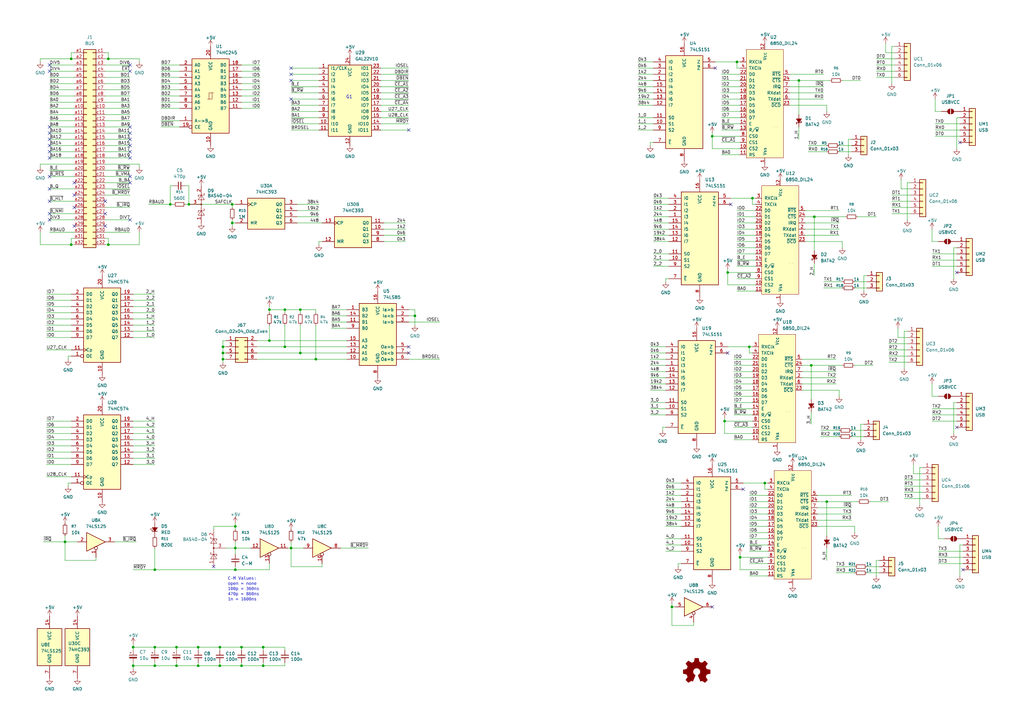
<source format=kicad_sch>
(kicad_sch (version 20250114) (generator "eeschema") (generator_version "9.0")
  (paper "A3")
  (title_block (title "CPU09US4") (date "2025-08-20") (rev "v0.1") (company "100% Offner") (comment 1 "kees1948 UniFLEX System ") (comment 2 "v0.1:Initial"))
  (text "C-M Values:\nopen = none\n100p = 360ns\n470p = 860ns\n1n = 1600ns" (at 93.472 242.062 0) (effects (font (size 1.27 1.27)) (justify left)))
  (text "G1\n" (at 143.256 39.878 0) (effects (font (size 1.27 1.27))))
  (junction (at 275.59 248.92))
  (junction (at 123.19 144.78))
  (junction (at 72.39 265.43))
  (junction (at 292.1 55.88))
  (junction (at 44.45 24.13))
  (junction (at 96.52 233.68))
  (junction (at 29.21 100.33))
  (junction (at 91.44 144.78))
  (junction (at 81.28 273.05))
  (junction (at 297.18 172.72))
  (junction (at 110.49 127))
  (junction (at 99.06 265.43))
  (junction (at 90.17 273.05))
  (junction (at 77.47 83.82))
  (junction (at 302.26 25.4))
  (junction (at 72.39 273.05))
  (junction (at 99.06 273.05))
  (junction (at 54.61 265.43))
  (junction (at 26.67 222.25))
  (junction (at 129.54 147.32))
  (junction (at 308.61 81.28))
  (junction (at 81.28 265.43))
  (junction (at 298.45 111.76))
  (junction (at 63.5 273.05))
  (junction (at 313.69 198.12))
  (junction (at 303.53 228.6))
  (junction (at 107.95 273.05))
  (junction (at 63.5 265.43))
  (junction (at 44.45 100.33))
  (junction (at 339.09 205.74))
  (junction (at 334.01 88.9))
  (junction (at 91.44 142.24))
  (junction (at 54.61 273.05))
  (junction (at 327.66 33.02))
  (junction (at 96.52 224.79))
  (junction (at 116.84 142.24))
  (junction (at 119.38 224.79))
  (junction (at 91.44 147.32))
  (junction (at 95.25 83.82))
  (junction (at 107.95 265.43))
  (junction (at 170.18 129.54))
  (junction (at 69.85 83.82))
  (junction (at 63.5 233.68))
  (junction (at 110.49 139.7))
  (junction (at 90.17 265.43))
  (junction (at 95.25 91.44))
  (junction (at 123.19 127))
  (junction (at 29.21 24.13))
  (junction (at 332.74 149.86))
  (junction (at 96.52 215.9))
  (junction (at 307.34 142.24))
  (junction (at 116.84 127))
  (no_connect (at 20.32 29.21))
  (no_connect (at 119.38 27.94))
  (no_connect (at 119.38 30.48))
  (no_connect (at 20.32 82.55))
  (no_connect (at 20.32 57.15))
  (no_connect (at 167.64 142.24))
  (no_connect (at 20.32 77.47))
  (no_connect (at 20.32 62.23))
  (no_connect (at 20.32 26.67))
  (no_connect (at 293.37 27.94))
  (no_connect (at 167.64 53.34))
  (no_connect (at 20.32 64.77))
  (no_connect (at 20.32 52.07))
  (no_connect (at 53.34 29.21))
  (no_connect (at 304.8 200.66))
  (no_connect (at 53.34 72.39))
  (no_connect (at 30.48 74.93))
  (no_connect (at 87.63 232.41))
  (no_connect (at 53.34 59.69))
  (no_connect (at 299.72 83.82))
  (no_connect (at 30.48 85.09))
  (no_connect (at 30.48 80.01))
  (no_connect (at 43.18 82.55))
  (no_connect (at 53.34 64.77))
  (no_connect (at 119.38 33.02))
  (no_connect (at 20.32 72.39))
  (no_connect (at 53.34 62.23))
  (no_connect (at 20.32 54.61))
  (no_connect (at 30.48 92.71))
  (no_connect (at 53.34 54.61))
  (no_connect (at 53.34 74.93))
  (no_connect (at 20.32 59.69))
  (no_connect (at 53.34 26.67))
  (no_connect (at 392.43 111.76))
  (no_connect (at 292.1 248.92))
  (no_connect (at 53.34 52.07))
  (no_connect (at 43.18 92.71))
  (no_connect (at 53.34 57.15))
  (no_connect (at 20.32 90.17))
  (no_connect (at 393.7 58.42))
  (no_connect (at 43.18 87.63))
  (no_connect (at 394.97 233.68))
  (no_connect (at 167.64 144.78))
  (no_connect (at 53.34 90.17))
  (no_connect (at 392.43 175.26))
  (no_connect (at 119.38 40.64))
  (no_connect (at 20.32 87.63))
  (no_connect (at 298.45 144.78))
  (wire (pts (xy 308.61 149.86) (xy 300.99 149.86)))
  (wire (pts (xy 135.89 129.54) (xy 142.24 129.54)))
  (wire (pts (xy 20.32 54.61) (xy 30.48 54.61)))
  (wire (pts (xy 156.21 35.56) (xy 167.64 35.56)))
  (wire (pts (xy 57.15 100.33) (xy 57.15 95.25)))
  (wire (pts (xy 107.95 266.7) (xy 107.95 265.43)))
  (wire (pts (xy 359.41 29.21) (xy 367.03 29.21)))
  (wire (pts (xy 132.08 231.14) (xy 132.08 232.41)))
  (wire (pts (xy 132.08 99.06) (xy 130.81 99.06)))
  (wire (pts (xy 392.43 48.26) (xy 393.7 48.26)))
  (wire (pts (xy 261.62 50.8) (xy 267.97 50.8)))
  (wire (pts (xy 267.97 93.98) (xy 274.32 93.98)))
  (wire (pts (xy 267.97 81.28) (xy 274.32 81.28)))
  (wire (pts (xy 330.2 99.06) (xy 345.44 99.06)))
  (wire (pts (xy 20.32 44.45) (xy 30.48 44.45)))
  (wire (pts (xy 81.28 266.7) (xy 81.28 265.43)))
  (wire (pts (xy 336.55 176.53) (xy 344.17 176.53)))
  (wire (pts (xy 303.53 233.68) (xy 303.53 228.6)))
  (wire (pts (xy 99.06 36.83) (xy 106.68 36.83)))
  (wire (pts (xy 344.17 162.56) (xy 344.17 160.02)))
  (wire (pts (xy 118.11 224.79) (xy 119.38 224.79)))
  (wire (pts (xy 331.47 59.69) (xy 339.09 59.69)))
  (wire (pts (xy 157.48 91.44) (xy 166.37 91.44)))
  (wire (pts (xy 292.1 60.96) (xy 303.53 60.96)))
  (wire (pts (xy 19.05 123.19) (xy 29.21 123.19)))
  (wire (pts (xy 19.05 185.42) (xy 29.21 185.42)))
  (wire (pts (xy 43.18 69.85) (xy 53.34 69.85)))
  (wire (pts (xy 43.18 34.29) (xy 53.34 34.29)))
  (wire (pts (xy 303.53 233.68) (xy 314.96 233.68)))
  (wire (pts (xy 261.62 27.94) (xy 267.97 27.94)))
  (wire (pts (xy 54.61 265.43) (xy 54.61 266.7)))
  (wire (pts (xy 374.65 194.31) (xy 374.65 190.5)))
  (wire (pts (xy 335.28 210.82) (xy 349.25 210.82)))
  (wire (pts (xy 43.18 62.23) (xy 53.34 62.23)))
  (wire (pts (xy 273.05 198.12) (xy 279.4 198.12)))
  (wire (pts (xy 314.96 210.82) (xy 307.34 210.82)))
  (wire (pts (xy 314.96 220.98) (xy 307.34 220.98)))
  (wire (pts (xy 267.97 91.44) (xy 274.32 91.44)))
  (wire (pts (xy 337.82 115.57) (xy 345.44 115.57)))
  (wire (pts (xy 43.18 54.61) (xy 53.34 54.61)))
  (wire (pts (xy 266.7 58.42) (xy 266.7 59.69)))
  (wire (pts (xy 309.88 99.06) (xy 302.26 99.06)))
  (wire (pts (xy 308.61 162.56) (xy 300.99 162.56)))
  (wire (pts (xy 354.33 113.03) (xy 354.33 119.38)))
  (wire (pts (xy 266.7 167.64) (xy 273.05 167.64)))
  (wire (pts (xy 90.17 266.7) (xy 90.17 265.43)))
  (wire (pts (xy 43.18 59.69) (xy 53.34 59.69)))
  (wire (pts (xy 81.28 273.05) (xy 81.28 271.78)))
  (wire (pts (xy 351.79 88.9) (xy 359.41 88.9)))
  (wire (pts (xy 116.84 133.35) (xy 116.84 142.24)))
  (wire (pts (xy 96.52 215.9) (xy 87.63 215.9)))
  (wire (pts (xy 370.84 151.13) (xy 370.84 135.89)))
  (wire (pts (xy 99.06 39.37) (xy 106.68 39.37)))
  (wire (pts (xy 274.32 114.3) (xy 273.05 114.3)))
  (wire (pts (xy 119.38 53.34) (xy 130.81 53.34)))
  (wire (pts (xy 391.16 101.6) (xy 392.43 101.6)))
  (wire (pts (xy 382.27 104.14) (xy 392.43 104.14)))
  (wire (pts (xy 129.54 133.35) (xy 129.54 147.32)))
  (wire (pts (xy 273.05 226.06) (xy 279.4 226.06)))
  (wire (pts (xy 20.32 57.15) (xy 30.48 57.15)))
  (wire (pts (xy 302.26 106.68) (xy 309.88 106.68)))
  (wire (pts (xy 284.48 255.27) (xy 284.48 256.54)))
  (wire (pts (xy 156.21 30.48) (xy 167.64 30.48)))
  (wire (pts (xy 44.45 24.13) (xy 43.18 24.13)))
  (wire (pts (xy 266.7 149.86) (xy 273.05 149.86)))
  (wire (pts (xy 383.54 53.34) (xy 393.7 53.34)))
  (wire (pts (xy 20.32 26.67) (xy 30.48 26.67)))
  (wire (pts (xy 54.61 233.68) (xy 63.5 233.68)))
  (wire (pts (xy 66.04 31.75) (xy 73.66 31.75)))
  (wire (pts (xy 54.61 264.16) (xy 54.61 265.43)))
  (wire (pts (xy 119.38 45.72) (xy 130.81 45.72)))
  (wire (pts (xy 273.05 215.9) (xy 279.4 215.9)))
  (wire (pts (xy 302.26 119.38) (xy 309.88 119.38)))
  (wire (pts (xy 20.32 29.21) (xy 30.48 29.21)))
  (wire (pts (xy 355.6 113.03) (xy 354.33 113.03)))
  (wire (pts (xy 57.15 67.31) (xy 57.15 68.58)))
  (wire (pts (xy 19.05 180.34) (xy 29.21 180.34)))
  (wire (pts (xy 92.71 139.7) (xy 91.44 139.7)))
  (wire (pts (xy 335.28 215.9) (xy 350.52 215.9)))
  (wire (pts (xy 57.15 24.13) (xy 57.15 25.4)))
  (wire (pts (xy 292.1 55.88) (xy 303.53 55.88)))
  (wire (pts (xy 43.18 46.99) (xy 53.34 46.99)))
  (wire (pts (xy 43.18 36.83) (xy 53.34 36.83)))
  (wire (pts (xy 43.18 41.91) (xy 53.34 41.91)))
  (wire (pts (xy 20.32 72.39) (xy 30.48 72.39)))
  (wire (pts (xy 91.44 144.78) (xy 91.44 147.32)))
  (wire (pts (xy 314.96 200.66) (xy 313.69 200.66)))
  (wire (pts (xy 170.18 127) (xy 167.64 127)))
  (wire (pts (xy 299.72 81.28) (xy 308.61 81.28)))
  (wire (pts (xy 123.19 133.35) (xy 123.19 144.78)))
  (wire (pts (xy 107.95 273.05) (xy 116.84 273.05)))
  (wire (pts (xy 20.32 34.29) (xy 30.48 34.29)))
  (wire (pts (xy 327.66 46.99) (xy 327.66 33.02)))
  (wire (pts (xy 20.32 49.53) (xy 30.48 49.53)))
  (wire (pts (xy 95.25 90.17) (xy 95.25 91.44)))
  (wire (pts (xy 44.45 24.13) (xy 57.15 24.13)))
  (wire (pts (xy 383.54 45.72) (xy 383.54 40.64)))
  (wire (pts (xy 267.97 109.22) (xy 274.32 109.22)))
  (wire (pts (xy 16.51 24.13) (xy 16.51 25.4)))
  (wire (pts (xy 267.97 83.82) (xy 274.32 83.82)))
  (wire (pts (xy 369.57 77.47) (xy 369.57 73.66)))
  (wire (pts (xy 303.53 40.64) (xy 295.91 40.64)))
  (wire (pts (xy 275.59 247.65) (xy 275.59 248.92)))
  (wire (pts (xy 66.04 34.29) (xy 73.66 34.29)))
  (wire (pts (xy 391.16 165.1) (xy 392.43 165.1)))
  (wire (pts (xy 303.53 27.94) (xy 302.26 27.94)))
  (wire (pts (xy 19.05 128.27) (xy 29.21 128.27)))
  (wire (pts (xy 330.2 96.52) (xy 344.17 96.52)))
  (wire (pts (xy 273.05 208.28) (xy 279.4 208.28)))
  (wire (pts (xy 121.92 86.36) (xy 130.81 86.36)))
  (wire (pts (xy 314.96 208.28) (xy 307.34 208.28)))
  (wire (pts (xy 309.88 83.82) (xy 308.61 83.82)))
  (wire (pts (xy 43.18 67.31) (xy 57.15 67.31)))
  (wire (pts (xy 99.06 273.05) (xy 99.06 271.78)))
  (wire (pts (xy 297.18 177.8) (xy 297.18 172.72)))
  (wire (pts (xy 273.05 114.3) (xy 273.05 115.57)))
  (wire (pts (xy 132.08 232.41) (xy 119.38 232.41)))
  (wire (pts (xy 303.53 35.56) (xy 295.91 35.56)))
  (wire (pts (xy 110.49 231.14) (xy 110.49 233.68)))
  (wire (pts (xy 156.21 50.8) (xy 167.64 50.8)))
  (wire (pts (xy 96.52 214.63) (xy 96.52 215.9)))
  (wire (pts (xy 20.32 39.37) (xy 30.48 39.37)))
  (wire (pts (xy 129.54 128.27) (xy 129.54 127)))
  (wire (pts (xy 308.61 165.1) (xy 300.99 165.1)))
  (wire (pts (xy 330.2 93.98) (xy 344.17 93.98)))
  (wire (pts (xy 365.76 82.55) (xy 373.38 82.55)))
  (wire (pts (xy 77.47 76.2) (xy 77.47 83.82)))
  (wire (pts (xy 71.12 76.2) (xy 69.85 76.2)))
  (wire (pts (xy 393.7 223.52) (xy 394.97 223.52)))
  (wire (pts (xy 266.7 154.94) (xy 273.05 154.94)))
  (wire (pts (xy 387.35 220.98) (xy 384.81 220.98)))
  (wire (pts (xy 307.34 231.14) (xy 314.96 231.14)))
  (wire (pts (xy 107.95 273.05) (xy 107.95 271.78)))
  (wire (pts (xy 353.06 173.99) (xy 353.06 180.34)))
  (wire (pts (xy 69.85 83.82) (xy 71.12 83.82)))
  (wire (pts (xy 167.64 129.54) (xy 170.18 129.54)))
  (wire (pts (xy 105.41 144.78) (xy 123.19 144.78)))
  (wire (pts (xy 66.04 29.21) (xy 73.66 29.21)))
  (wire (pts (xy 350.52 115.57) (xy 355.6 115.57)))
  (wire (pts (xy 43.18 64.77) (xy 53.34 64.77)))
  (wire (pts (xy 391.16 114.3) (xy 391.16 101.6)))
  (wire (pts (xy 359.41 24.13) (xy 367.03 24.13)))
  (wire (pts (xy 54.61 185.42) (xy 63.5 185.42)))
  (wire (pts (xy 20.32 41.91) (xy 30.48 41.91)))
  (wire (pts (xy 292.1 54.61) (xy 292.1 55.88)))
  (wire (pts (xy 43.18 44.45) (xy 53.34 44.45)))
  (wire (pts (xy 91.44 142.24) (xy 91.44 144.78)))
  (wire (pts (xy 105.41 147.32) (xy 129.54 147.32)))
  (wire (pts (xy 365.76 19.05) (xy 367.03 19.05)))
  (wire (pts (xy 19.05 130.81) (xy 29.21 130.81)))
  (wire (pts (xy 334.01 102.87) (xy 334.01 88.9)))
  (wire (pts (xy 314.96 205.74) (xy 307.34 205.74)))
  (wire (pts (xy 99.06 265.43) (xy 107.95 265.43)))
  (wire (pts (xy 92.71 224.79) (xy 96.52 224.79)))
  (wire (pts (xy 43.18 31.75) (xy 53.34 31.75)))
  (wire (pts (xy 266.7 170.18) (xy 273.05 170.18)))
  (wire (pts (xy 123.19 128.27) (xy 123.19 127)))
  (wire (pts (xy 20.32 46.99) (xy 30.48 46.99)))
  (wire (pts (xy 43.18 29.21) (xy 53.34 29.21)))
  (wire (pts (xy 180.34 147.32) (xy 167.64 147.32)))
  (wire (pts (xy 368.3 138.43) (xy 368.3 134.62)))
  (wire (pts (xy 20.32 59.69) (xy 30.48 59.69)))
  (wire (pts (xy 308.61 160.02) (xy 300.99 160.02)))
  (wire (pts (xy 156.21 45.72) (xy 167.64 45.72)))
  (wire (pts (xy 66.04 41.91) (xy 73.66 41.91)))
  (wire (pts (xy 303.53 228.6) (xy 314.96 228.6)))
  (wire (pts (xy 323.85 43.18) (xy 339.09 43.18)))
  (wire (pts (xy 20.32 77.47) (xy 30.48 77.47)))
  (wire (pts (xy 20.32 82.55) (xy 30.48 82.55)))
  (wire (pts (xy 303.53 38.1) (xy 295.91 38.1)))
  (wire (pts (xy 383.54 50.8) (xy 393.7 50.8)))
  (wire (pts (xy 314.96 203.2) (xy 307.34 203.2)))
  (wire (pts (xy 384.81 231.14) (xy 394.97 231.14)))
  (wire (pts (xy 20.32 31.75) (xy 30.48 31.75)))
  (wire (pts (xy 110.49 133.35) (xy 110.49 139.7)))
  (wire (pts (xy 76.2 76.2) (xy 77.47 76.2)))
  (wire (pts (xy 99.06 29.21) (xy 106.68 29.21)))
  (wire (pts (xy 302.26 27.94) (xy 302.26 25.4)))
  (wire (pts (xy 156.21 43.18) (xy 167.64 43.18)))
  (wire (pts (xy 307.34 223.52) (xy 314.96 223.52)))
  (wire (pts (xy 96.52 232.41) (xy 96.52 233.68)))
  (wire (pts (xy 170.18 129.54) (xy 170.18 133.35)))
  (wire (pts (xy 377.19 191.77) (xy 378.46 191.77)))
  (wire (pts (xy 345.44 101.6) (xy 345.44 99.06)))
  (wire (pts (xy 119.38 48.26) (xy 130.81 48.26)))
  (wire (pts (xy 295.91 58.42) (xy 303.53 58.42)))
  (wire (pts (xy 19.05 133.35) (xy 29.21 133.35)))
  (wire (pts (xy 267.97 58.42) (xy 266.7 58.42)))
  (wire (pts (xy 339.09 219.71) (xy 339.09 205.74)))
  (wire (pts (xy 54.61 265.43) (xy 63.5 265.43)))
  (wire (pts (xy 119.38 43.18) (xy 130.81 43.18)))
  (wire (pts (xy 298.45 116.84) (xy 309.88 116.84)))
  (wire (pts (xy 307.34 144.78) (xy 307.34 142.24)))
  (wire (pts (xy 266.7 160.02) (xy 273.05 160.02)))
  (wire (pts (xy 39.37 229.87) (xy 26.67 229.87)))
  (wire (pts (xy 302.26 25.4) (xy 303.53 25.4)))
  (wire (pts (xy 382.27 99.06) (xy 382.27 93.98)))
  (wire (pts (xy 91.44 147.32) (xy 91.44 148.59)))
  (wire (pts (xy 119.38 33.02) (xy 130.81 33.02)))
  (wire (pts (xy 29.21 100.33) (xy 16.51 100.33)))
  (wire (pts (xy 298.45 111.76) (xy 309.88 111.76)))
  (wire (pts (xy 39.37 228.6) (xy 39.37 229.87)))
  (wire (pts (xy 16.51 100.33) (xy 16.51 95.25)))
  (wire (pts (xy 308.61 154.94) (xy 300.99 154.94)))
  (wire (pts (xy 66.04 26.67) (xy 73.66 26.67)))
  (wire (pts (xy 77.47 83.82) (xy 76.2 83.82)))
  (wire (pts (xy 119.38 30.48) (xy 130.81 30.48)))
  (wire (pts (xy 43.18 74.93) (xy 53.34 74.93)))
  (wire (pts (xy 372.11 138.43) (xy 368.3 138.43)))
  (wire (pts (xy 43.18 80.01) (xy 53.34 80.01)))
  (wire (pts (xy 266.7 165.1) (xy 273.05 165.1)))
  (wire (pts (xy 330.2 86.36) (xy 344.17 86.36)))
  (wire (pts (xy 19.05 195.58) (xy 29.21 195.58)))
  (wire (pts (xy 334.01 88.9) (xy 346.71 88.9)))
  (wire (pts (xy 314.96 213.36) (xy 307.34 213.36)))
  (wire (pts (xy 66.04 39.37) (xy 73.66 39.37)))
  (wire (pts (xy 119.38 27.94) (xy 130.81 27.94)))
  (wire (pts (xy 43.18 39.37) (xy 53.34 39.37)))
  (wire (pts (xy 364.49 148.59) (xy 372.11 148.59)))
  (wire (pts (xy 72.39 273.05) (xy 72.39 271.78)))
  (wire (pts (xy 302.26 109.22) (xy 309.88 109.22)))
  (wire (pts (xy 382.27 170.18) (xy 392.43 170.18)))
  (wire (pts (xy 63.5 273.05) (xy 54.61 273.05)))
  (wire (pts (xy 308.61 152.4) (xy 300.99 152.4)))
  (wire (pts (xy 350.52 218.44) (xy 350.52 215.9)))
  (wire (pts (xy 105.41 139.7) (xy 110.49 139.7)))
  (wire (pts (xy 342.9 232.41) (xy 350.52 232.41)))
  (wire (pts (xy 99.06 273.05) (xy 107.95 273.05)))
  (wire (pts (xy 323.85 38.1) (xy 337.82 38.1)))
  (wire (pts (xy 96.52 215.9) (xy 96.52 217.17)))
  (wire (pts (xy 303.53 48.26) (xy 295.91 48.26)))
  (wire (pts (xy 334.01 88.9) (xy 330.2 88.9)))
  (wire (pts (xy 384.81 228.6) (xy 394.97 228.6)))
  (wire (pts (xy 295.91 53.34) (xy 303.53 53.34)))
  (wire (pts (xy 313.69 200.66) (xy 313.69 198.12)))
  (wire (pts (xy 54.61 135.89) (xy 63.5 135.89)))
  (wire (pts (xy 157.48 99.06) (xy 166.37 99.06)))
  (wire (pts (xy 99.06 31.75) (xy 106.68 31.75)))
  (wire (pts (xy 20.32 64.77) (xy 30.48 64.77)))
  (wire (pts (xy 300.99 170.18) (xy 308.61 170.18)))
  (wire (pts (xy 363.22 21.59) (xy 363.22 17.78)))
  (wire (pts (xy 72.39 265.43) (xy 81.28 265.43)))
  (wire (pts (xy 267.97 86.36) (xy 274.32 86.36)))
  (wire (pts (xy 119.38 35.56) (xy 130.81 35.56)))
  (wire (pts (xy 392.43 60.96) (xy 392.43 48.26)))
  (wire (pts (xy 99.06 41.91) (xy 106.68 41.91)))
  (wire (pts (xy 328.93 160.02) (xy 344.17 160.02)))
  (wire (pts (xy 44.45 21.59) (xy 44.45 24.13)))
  (wire (pts (xy 123.19 144.78) (xy 142.24 144.78)))
  (wire (pts (xy 54.61 182.88) (xy 63.5 182.88)))
  (wire (pts (xy 309.88 104.14) (xy 302.26 104.14)))
  (wire (pts (xy 95.25 91.44) (xy 95.25 92.71)))
  (wire (pts (xy 334.01 113.03) (xy 334.01 107.95)))
  (wire (pts (xy 43.18 90.17) (xy 53.34 90.17)))
  (wire (pts (xy 54.61 128.27) (xy 63.5 128.27)))
  (wire (pts (xy 337.82 118.11) (xy 345.44 118.11)))
  (wire (pts (xy 135.89 134.62) (xy 142.24 134.62)))
  (wire (pts (xy 99.06 266.7) (xy 99.06 265.43)))
  (wire (pts (xy 26.67 229.87) (xy 26.67 222.25)))
  (wire (pts (xy 30.48 100.33) (xy 29.21 100.33)))
  (wire (pts (xy 119.38 224.79) (xy 119.38 222.25)))
  (wire (pts (xy 99.06 26.67) (xy 106.68 26.67)))
  (wire (pts (xy 96.52 224.79) (xy 96.52 227.33)))
  (wire (pts (xy 382.27 109.22) (xy 392.43 109.22)))
  (wire (pts (xy 378.46 194.31) (xy 374.65 194.31)))
  (wire (pts (xy 267.97 106.68) (xy 274.32 106.68)))
  (wire (pts (xy 266.7 157.48) (xy 273.05 157.48)))
  (wire (pts (xy 349.25 208.28) (xy 335.28 208.28)))
  (wire (pts (xy 119.38 40.64) (xy 130.81 40.64)))
  (wire (pts (xy 359.41 31.75) (xy 367.03 31.75)))
  (wire (pts (xy 261.62 33.02) (xy 267.97 33.02)))
  (wire (pts (xy 87.63 215.9) (xy 87.63 217.17)))
  (wire (pts (xy 347.98 57.15) (xy 347.98 63.5)))
  (wire (pts (xy 273.05 205.74) (xy 279.4 205.74)))
  (wire (pts (xy 295.91 50.8) (xy 303.53 50.8)))
  (wire (pts (xy 355.6 232.41) (xy 360.68 232.41)))
  (wire (pts (xy 273.05 213.36) (xy 279.4 213.36)))
  (wire (pts (xy 327.66 33.02) (xy 323.85 33.02)))
  (wire (pts (xy 382.27 162.56) (xy 382.27 157.48)))
  (wire (pts (xy 365.76 34.29) (xy 365.76 19.05)))
  (wire (pts (xy 54.61 138.43) (xy 63.5 138.43)))
  (wire (pts (xy 383.54 55.88) (xy 393.7 55.88)))
  (wire (pts (xy 119.38 232.41) (xy 119.38 224.79)))
  (wire (pts (xy 273.05 200.66) (xy 279.4 200.66)))
  (wire (pts (xy 20.32 90.17) (xy 30.48 90.17)))
  (wire (pts (xy 327.66 33.02) (xy 340.36 33.02)))
  (wire (pts (xy 307.34 226.06) (xy 314.96 226.06)))
  (wire (pts (xy 43.18 77.47) (xy 53.34 77.47)))
  (wire (pts (xy 54.61 123.19) (xy 63.5 123.19)))
  (wire (pts (xy 43.18 85.09) (xy 53.34 85.09)))
  (wire (pts (xy 20.32 95.25) (xy 30.48 95.25)))
  (wire (pts (xy 332.74 149.86) (xy 345.44 149.86)))
  (wire (pts (xy 344.17 62.23) (xy 349.25 62.23)))
  (wire (pts (xy 156.21 33.02) (xy 167.64 33.02)))
  (wire (pts (xy 302.26 114.3) (xy 309.88 114.3)))
  (wire (pts (xy 267.97 88.9) (xy 274.32 88.9)))
  (wire (pts (xy 43.18 100.33) (xy 44.45 100.33)))
  (wire (pts (xy 119.38 50.8) (xy 130.81 50.8)))
  (wire (pts (xy 81.28 273.05) (xy 90.17 273.05)))
  (wire (pts (xy 29.21 21.59) (xy 29.21 24.13)))
  (wire (pts (xy 54.61 274.32) (xy 54.61 273.05)))
  (wire (pts (xy 27.94 198.12) (xy 29.21 198.12)))
  (wire (pts (xy 328.93 157.48) (xy 342.9 157.48)))
  (wire (pts (xy 267.97 96.52) (xy 274.32 96.52)))
  (wire (pts (xy 20.32 36.83) (xy 30.48 36.83)))
  (wire (pts (xy 63.5 224.79) (xy 63.5 233.68)))
  (wire (pts (xy 63.5 273.05) (xy 63.5 271.78)))
  (wire (pts (xy 90.17 273.05) (xy 90.17 271.78)))
  (wire (pts (xy 30.48 21.59) (xy 29.21 21.59)))
  (wire (pts (xy 332.74 163.83) (xy 332.74 149.86)))
  (wire (pts (xy 156.21 48.26) (xy 167.64 48.26)))
  (wire (pts (xy 63.5 266.7) (xy 63.5 265.43)))
  (wire (pts (xy 44.45 100.33) (xy 57.15 100.33)))
  (wire (pts (xy 293.37 25.4) (xy 302.26 25.4)))
  (wire (pts (xy 356.87 205.74) (xy 364.49 205.74)))
  (wire (pts (xy 298.45 110.49) (xy 298.45 111.76)))
  (wire (pts (xy 393.7 236.22) (xy 393.7 223.52)))
  (wire (pts (xy 55.88 222.25) (xy 46.99 222.25)))
  (wire (pts (xy 19.05 143.51) (xy 29.21 143.51)))
  (wire (pts (xy 332.74 173.99) (xy 332.74 168.91)))
  (wire (pts (xy 54.61 187.96) (xy 63.5 187.96)))
  (wire (pts (xy 116.84 142.24) (xy 142.24 142.24)))
  (wire (pts (xy 332.74 149.86) (xy 328.93 149.86)))
  (wire (pts (xy 261.62 43.18) (xy 267.97 43.18)))
  (wire (pts (xy 69.85 76.2) (xy 69.85 83.82)))
  (wire (pts (xy 27.94 146.05) (xy 29.21 146.05)))
  (wire (pts (xy 384.81 226.06) (xy 394.97 226.06)))
  (wire (pts (xy 273.05 210.82) (xy 279.4 210.82)))
  (wire (pts (xy 54.61 175.26) (xy 63.5 175.26)))
  (wire (pts (xy 266.7 142.24) (xy 273.05 142.24)))
  (wire (pts (xy 95.25 83.82) (xy 96.52 83.82)))
  (wire (pts (xy 304.8 198.12) (xy 313.69 198.12)))
  (wire (pts (xy 54.61 172.72) (xy 63.5 172.72)))
  (wire (pts (xy 72.39 273.05) (xy 81.28 273.05)))
  (wire (pts (xy 335.28 203.2) (xy 349.25 203.2)))
  (wire (pts (xy 54.61 190.5) (xy 63.5 190.5)))
  (wire (pts (xy 90.17 265.43) (xy 99.06 265.43)))
  (wire (pts (xy 30.48 97.79) (xy 29.21 97.79)))
  (wire (pts (xy 349.25 176.53) (xy 354.33 176.53)))
  (wire (pts (xy 309.88 93.98) (xy 302.26 93.98)))
  (wire (pts (xy 323.85 40.64) (xy 337.82 40.64)))
  (wire (pts (xy 349.25 179.07) (xy 354.33 179.07)))
  (wire (pts (xy 345.44 33.02) (xy 353.06 33.02)))
  (wire (pts (xy 370.84 199.39) (xy 378.46 199.39)))
  (wire (pts (xy 102.87 224.79) (xy 96.52 224.79)))
  (wire (pts (xy 303.53 227.33) (xy 303.53 228.6)))
  (wire (pts (xy 157.48 96.52) (xy 166.37 96.52)))
  (wire (pts (xy 96.52 233.68) (xy 110.49 233.68)))
  (wire (pts (xy 355.6 234.95) (xy 360.68 234.95)))
  (wire (pts (xy 273.05 175.26) (xy 271.78 175.26)))
  (wire (pts (xy 54.61 133.35) (xy 63.5 133.35)))
  (wire (pts (xy 157.48 93.98) (xy 166.37 93.98)))
  (wire (pts (xy 110.49 127) (xy 116.84 127)))
  (wire (pts (xy 43.18 95.25) (xy 53.34 95.25)))
  (wire (pts (xy 336.55 179.07) (xy 344.17 179.07)))
  (wire (pts (xy 342.9 234.95) (xy 350.52 234.95)))
  (wire (pts (xy 297.18 172.72) (xy 308.61 172.72)))
  (wire (pts (xy 313.69 198.12) (xy 314.96 198.12)))
  (wire (pts (xy 110.49 127) (xy 110.49 128.27)))
  (wire (pts (xy 359.41 26.67) (xy 367.03 26.67)))
  (wire (pts (xy 116.84 266.7) (xy 116.84 265.43)))
  (wire (pts (xy 300.99 175.26) (xy 308.61 175.26)))
  (wire (pts (xy 303.53 33.02) (xy 295.91 33.02)))
  (wire (pts (xy 339.09 45.72) (xy 339.09 43.18)))
  (wire (pts (xy 19.05 172.72) (xy 29.21 172.72)))
  (wire (pts (xy 373.38 77.47) (xy 369.57 77.47)))
  (wire (pts (xy 66.04 44.45) (xy 73.66 44.45)))
  (wire (pts (xy 386.08 45.72) (xy 383.54 45.72)))
  (wire (pts (xy 91.44 144.78) (xy 92.71 144.78)))
  (wire (pts (xy 370.84 196.85) (xy 378.46 196.85)))
  (wire (pts (xy 43.18 97.79) (xy 44.45 97.79)))
  (wire (pts (xy 132.08 91.44) (xy 121.92 91.44)))
  (wire (pts (xy 273.05 220.98) (xy 279.4 220.98)))
  (wire (pts (xy 328.93 147.32) (xy 342.9 147.32)))
  (wire (pts (xy 54.61 177.8) (xy 63.5 177.8)))
  (wire (pts (xy 105.41 142.24) (xy 116.84 142.24)))
  (wire (pts (xy 19.05 190.5) (xy 29.21 190.5)))
  (wire (pts (xy 96.52 91.44) (xy 95.25 91.44)))
  (wire (pts (xy 308.61 144.78) (xy 307.34 144.78)))
  (wire (pts (xy 261.62 48.26) (xy 267.97 48.26)))
  (wire (pts (xy 266.7 144.78) (xy 273.05 144.78)))
  (wire (pts (xy 123.19 127) (xy 116.84 127)))
  (wire (pts (xy 26.67 222.25) (xy 26.67 219.71)))
  (wire (pts (xy 167.64 132.08) (xy 180.34 132.08)))
  (wire (pts (xy 267.97 99.06) (xy 274.32 99.06)))
  (wire (pts (xy 96.52 224.79) (xy 96.52 222.25)))
  (wire (pts (xy 391.16 177.8) (xy 391.16 165.1)))
  (wire (pts (xy 29.21 24.13) (xy 30.48 24.13)))
  (wire (pts (xy 19.05 120.65) (xy 29.21 120.65)))
  (wire (pts (xy 384.81 162.56) (xy 382.27 162.56)))
  (wire (pts (xy 370.84 201.93) (xy 378.46 201.93)))
  (wire (pts (xy 99.06 44.45) (xy 106.68 44.45)))
  (wire (pts (xy 261.62 25.4) (xy 267.97 25.4)))
  (wire (pts (xy 284.48 256.54) (xy 275.59 256.54)))
  (wire (pts (xy 54.61 130.81) (xy 63.5 130.81)))
  (wire (pts (xy 116.84 128.27) (xy 116.84 127)))
  (wire (pts (xy 29.21 97.79) (xy 29.21 100.33)))
  (wire (pts (xy 275.59 248.92) (xy 276.86 248.92)))
  (wire (pts (xy 19.05 177.8) (xy 29.21 177.8)))
  (wire (pts (xy 60.96 83.82) (xy 69.85 83.82)))
  (wire (pts (xy 91.44 147.32) (xy 92.71 147.32)))
  (wire (pts (xy 121.92 88.9) (xy 130.81 88.9)))
  (wire (pts (xy 365.76 85.09) (xy 373.38 85.09)))
  (wire (pts (xy 124.46 224.79) (xy 119.38 224.79)))
  (wire (pts (xy 273.05 203.2) (xy 279.4 203.2)))
  (wire (pts (xy 20.32 52.07) (xy 30.48 52.07)))
  (wire (pts (xy 267.97 104.14) (xy 274.32 104.14)))
  (wire (pts (xy 382.27 172.72) (xy 392.43 172.72)))
  (wire (pts (xy 360.68 229.87) (xy 359.41 229.87)))
  (wire (pts (xy 19.05 135.89) (xy 29.21 135.89)))
  (wire (pts (xy 273.05 223.52) (xy 279.4 223.52)))
  (wire (pts (xy 364.49 143.51) (xy 372.11 143.51)))
  (wire (pts (xy 309.88 91.44) (xy 302.26 91.44)))
  (wire (pts (xy 279.4 231.14) (xy 278.13 231.14)))
  (wire (pts (xy 16.51 67.31) (xy 30.48 67.31)))
  (wire (pts (xy 156.21 40.64) (xy 167.64 40.64)))
  (wire (pts (xy 44.45 97.79) (xy 44.45 100.33)))
  (wire (pts (xy 43.18 26.67) (xy 53.34 26.67)))
  (wire (pts (xy 116.84 273.05) (xy 116.84 271.78)))
  (wire (pts (xy 382.27 106.68) (xy 392.43 106.68)))
  (wire (pts (xy 307.34 142.24) (xy 308.61 142.24)))
  (wire (pts (xy 72.39 266.7) (xy 72.39 265.43)))
  (wire (pts (xy 307.34 236.22) (xy 314.96 236.22)))
  (wire (pts (xy 359.41 229.87) (xy 359.41 236.22)))
  (wire (pts (xy 95.25 83.82) (xy 95.25 85.09)))
  (wire (pts (xy 43.18 72.39) (xy 53.34 72.39)))
  (wire (pts (xy 271.78 175.26) (xy 271.78 176.53)))
  (wire (pts (xy 156.21 27.94) (xy 167.64 27.94)))
  (wire (pts (xy 266.7 152.4) (xy 273.05 152.4)))
  (wire (pts (xy 54.61 180.34) (xy 63.5 180.34)))
  (wire (pts (xy 19.05 187.96) (xy 29.21 187.96)))
  (wire (pts (xy 365.76 87.63) (xy 373.38 87.63)))
  (wire (pts (xy 266.7 147.32) (xy 273.05 147.32)))
  (wire (pts (xy 364.49 146.05) (xy 372.11 146.05)))
  (wire (pts (xy 66.04 36.83) (xy 73.66 36.83)))
  (wire (pts (xy 54.61 120.65) (xy 63.5 120.65)))
  (wire (pts (xy 303.53 43.18) (xy 295.91 43.18)))
  (wire (pts (xy 135.89 127) (xy 142.24 127)))
  (wire (pts (xy 344.17 59.69) (xy 349.25 59.69)))
  (wire (pts (xy 309.88 101.6) (xy 302.26 101.6)))
  (wire (pts (xy 156.21 38.1) (xy 167.64 38.1)))
  (wire (pts (xy 170.18 129.54) (xy 170.18 127)))
  (wire (pts (xy 309.88 86.36) (xy 302.26 86.36)))
  (wire (pts (xy 261.62 35.56) (xy 267.97 35.56)))
  (wire (pts (xy 308.61 157.48) (xy 300.99 157.48)))
  (wire (pts (xy 81.28 265.43) (xy 90.17 265.43)))
  (wire (pts (xy 29.21 24.13) (xy 16.51 24.13)))
  (wire (pts (xy 303.53 45.72) (xy 295.91 45.72)))
  (wire (pts (xy 367.03 21.59) (xy 363.22 21.59)))
  (wire (pts (xy 309.88 88.9) (xy 302.26 88.9)))
  (wire (pts (xy 337.82 35.56) (xy 323.85 35.56)))
  (wire (pts (xy 372.11 90.17) (xy 372.11 74.93)))
  (wire (pts (xy 349.25 57.15) (xy 347.98 57.15)))
  (wire (pts (xy 43.18 21.59) (xy 44.45 21.59)))
  (wire (pts (xy 43.18 52.07) (xy 53.34 52.07)))
  (wire (pts (xy 295.91 63.5) (xy 303.53 63.5)))
  (wire (pts (xy 27.94 198.12) (xy 27.94 199.39)))
  (wire (pts (xy 90.17 273.05) (xy 99.06 273.05)))
  (wire (pts (xy 19.05 182.88) (xy 29.21 182.88)))
  (wire (pts (xy 151.13 224.79) (xy 139.7 224.79)))
  (wire (pts (xy 121.92 83.82) (xy 130.81 83.82)))
  (wire (pts (xy 43.18 57.15) (xy 53.34 57.15)))
  (wire (pts (xy 350.52 149.86) (xy 358.14 149.86)))
  (wire (pts (xy 261.62 53.34) (xy 267.97 53.34)))
  (wire (pts (xy 275.59 256.54) (xy 275.59 248.92)))
  (wire (pts (xy 339.09 205.74) (xy 351.79 205.74)))
  (wire (pts (xy 119.38 38.1) (xy 130.81 38.1)))
  (wire (pts (xy 308.61 147.32) (xy 300.99 147.32)))
  (wire (pts (xy 54.61 125.73) (xy 63.5 125.73)))
  (wire (pts (xy 63.5 233.68) (xy 96.52 233.68)))
  (wire (pts (xy 261.62 30.48) (xy 267.97 30.48)))
  (wire (pts (xy 63.5 265.43) (xy 72.39 265.43)))
  (wire (pts (xy 107.95 265.43) (xy 116.84 265.43)))
  (wire (pts (xy 63.5 273.05) (xy 72.39 273.05)))
  (wire (pts (xy 297.18 171.45) (xy 297.18 172.72)))
  (wire (pts (xy 77.47 83.82) (xy 95.25 83.82)))
  (wire (pts (xy 377.19 207.01) (xy 377.19 191.77)))
  (wire (pts (xy 292.1 60.96) (xy 292.1 55.88)))
  (wire (pts (xy 303.53 30.48) (xy 295.91 30.48)))
  (wire (pts (xy 308.61 81.28) (xy 309.88 81.28)))
  (wire (pts (xy 323.85 30.48) (xy 337.82 30.48)))
  (wire (pts (xy 314.96 218.44) (xy 307.34 218.44)))
  (wire (pts (xy 31.75 222.25) (xy 26.67 222.25)))
  (wire (pts (xy 19.05 125.73) (xy 29.21 125.73)))
  (wire (pts (xy 308.61 83.82) (xy 308.61 81.28)))
  (wire (pts (xy 19.05 138.43) (xy 29.21 138.43)))
  (wire (pts (xy 16.51 67.31) (xy 16.51 68.58)))
  (wire (pts (xy 130.81 99.06) (xy 130.81 100.33)))
  (wire (pts (xy 328.93 154.94) (xy 342.9 154.94)))
  (wire (pts (xy 110.49 139.7) (xy 142.24 139.7)))
  (wire (pts (xy 354.33 173.99) (xy 353.06 173.99)))
  (wire (pts (xy 384.81 220.98) (xy 384.81 215.9)))
  (wire (pts (xy 20.32 69.85) (xy 30.48 69.85)))
  (wire (pts (xy 129.54 147.32) (xy 142.24 147.32)))
  (wire (pts (xy 344.17 91.44) (xy 330.2 91.44)))
  (wire (pts (xy 20.32 87.63) (xy 30.48 87.63)))
  (wire (pts (xy 91.44 139.7) (xy 91.44 142.24)))
  (wire (pts (xy 339.09 205.74) (xy 335.28 205.74)))
  (wire (pts (xy 342.9 152.4) (xy 328.93 152.4)))
  (wire (pts (xy 17.78 222.25) (xy 26.67 222.25)))
  (wire (pts (xy 370.84 204.47) (xy 378.46 204.47)))
  (wire (pts (xy 91.44 142.24) (xy 92.71 142.24)))
  (wire (pts (xy 298.45 116.84) (xy 298.45 111.76)))
  (wire (pts (xy 278.13 231.14) (xy 278.13 232.41)))
  (wire (pts (xy 54.61 273.05) (xy 54.61 271.78)))
  (wire (pts (xy 43.18 49.53) (xy 53.34 49.53)))
  (wire (pts (xy 384.81 99.06) (xy 382.27 99.06)))
  (wire (pts (xy 331.47 62.23) (xy 339.09 62.23)))
  (wire (pts (xy 382.27 167.64) (xy 392.43 167.64)))
  (wire (pts (xy 66.04 49.53) (xy 73.66 49.53)))
  (wire (pts (xy 135.89 132.08) (xy 142.24 132.08)))
  (wire (pts (xy 365.76 80.01) (xy 373.38 80.01)))
  (wire (pts (xy 110.49 125.73) (xy 110.49 127)))
  (wire (pts (xy 327.66 57.15) (xy 327.66 52.07)))
  (wire (pts (xy 27.94 146.05) (xy 27.94 147.32)))
  (wire (pts (xy 261.62 40.64) (xy 267.97 40.64)))
  (wire (pts (xy 300.99 180.34) (xy 308.61 180.34)))
  (wire (pts (xy 297.18 177.8) (xy 308.61 177.8)))
  (wire (pts (xy 156.21 53.34) (xy 167.64 53.34)))
  (wire (pts (xy 66.04 52.07) (xy 73.66 52.07)))
  (wire (pts (xy 20.32 62.23) (xy 30.48 62.23)))
  (wire (pts (xy 339.09 229.87) (xy 339.09 224.79)))
  (wire (pts (xy 99.06 34.29) (xy 106.68 34.29)))
  (wire (pts (xy 314.96 215.9) (xy 307.34 215.9)))
  (wire (pts (xy 370.84 135.89) (xy 372.11 135.89)))
  (wire (pts (xy 300.99 167.64) (xy 308.61 167.64)))
  (wire (pts (xy 123.19 127) (xy 129.54 127)))
  (wire (pts (xy 364.49 140.97) (xy 372.11 140.97)))
  (wire (pts (xy 335.28 213.36) (xy 349.25 213.36)))
  (wire (pts (xy 19.05 175.26) (xy 29.21 175.26)))
  (wire (pts (xy 372.11 74.93) (xy 373.38 74.93)))
  (wire (pts (xy 309.88 96.52) (xy 302.26 96.52)))
  (wire (pts (xy 350.52 118.11) (xy 355.6 118.11)))
  (wire (pts (xy 261.62 38.1) (xy 267.97 38.1)))
  (wire (pts (xy 298.45 142.24) (xy 307.34 142.24)))
  (label "2k4" (at 273.05 205.74 0))
  (label "IOSEL" (at 167.64 27.94 180))
  (label "RX0" (at 383.54 53.34 0))
  (label "1_0" (at 63.5 138.43 180))
  (label "ID5" (at 307.34 215.9 0))
  (label "SAFCLK" (at 95.25 83.82 180))
  (label "~{CE_A2}" (at 302.26 114.3 0))
  (label "BD0" (at 66.04 44.45 0))
  (label "ID6" (at 307.34 218.44 0))
  (label "RX2" (at 364.49 146.05 0))
  (label "BA7" (at 53.34 49.53 180))
  (label "3_1" (at 266.7 167.64 0))
  (label "1_1" (at 261.62 50.8 0))
  (label "BA1" (at 119.38 48.26 0))
  (label "BD6" (at 66.04 29.21 0))
  (label "4_1" (at 63.5 177.8 180))
  (label "~{DBEN}" (at 167.64 33.02 180))
  (label "BD6" (at 20.32 39.37 0))
  (label "RX2" (at 336.55 179.07 0))
  (label "BA2" (at 20.32 44.45 0))
  (label "DIV6" (at 53.34 26.67 180))
  (label "4_H" (at 339.09 229.87 90))
  (label "9k6" (at 266.7 154.94 0))
  (label "B_E" (at 300.99 167.64 0))
  (label "~{B_MRDY}" (at 53.34 80.01 180))
  (label "~{B_VMA}" (at 53.34 72.39 180))
  (label "BA15" (at 53.34 59.69 180))
  (label "ID4" (at 307.34 213.36 0))
  (label "TX2" (at 342.9 154.94 180))
  (label "TX0" (at 359.41 31.75 0))
  (label "ID3" (at 19.05 182.88 0))
  (label "3_1" (at 63.5 187.96 180))
  (label "BA1" (at 53.34 41.91 180))
  (label "1k2" (at 166.37 93.98 180))
  (label "RX3" (at 384.81 228.6 0))
  (label "BA0" (at 20.32 41.91 0))
  (label "~{CE_A3}" (at 167.64 40.64 180))
  (label "0k6" (at 261.62 27.94 0))
  (label "BRDSEL" (at 180.34 147.32 180))
  (label "4_0" (at 273.05 220.98 0))
  (label "BA0" (at 302.26 119.38 0))
  (label "BA17" (at 53.34 62.23 180))
  (label "2k4" (at 267.97 88.9 0))
  (label "~{B_RW}" (at 302.26 109.22 0))
  (label "2k4" (at 261.62 33.02 0))
  (label "~{B_RW}" (at 307.34 226.06 0))
  (label "38k4" (at 273.05 215.9 0))
  (label "1_H" (at 327.66 57.15 90))
  (label "ID5" (at 19.05 125.73 0))
  (label "BA2" (at 119.38 45.72 0))
  (label "~{EXT}" (at 53.34 29.21 180))
  (label "~{IRQ}" (at 349.25 208.28 180))
  (label "38k4" (at 261.62 43.18 0))
  (label "1_2" (at 261.62 53.34 0))
  (label "2_1" (at 267.97 106.68 0))
  (label "3_0" (at 266.7 165.1 0))
  (label "38k4" (at 130.81 83.82 180))
  (label "DT3" (at 364.49 205.74 180))
  (label "3_2" (at 63.5 185.42 180))
  (label "4k8" (at 273.05 208.28 0))
  (label "B_E" (at 20.32 69.85 0))
  (label "19k2" (at 130.81 86.36 180))
  (label "BRDSEL" (at 119.38 53.34 0))
  (label "0k6" (at 166.37 96.52 180))
  (label "4_2" (at 273.05 226.06 0))
  (label "BA0" (at 300.99 180.34 0))
  (label "ID4" (at 300.99 157.48 0))
  (label "38k4" (at 266.7 160.02 0))
  (label "BA11" (at 53.34 54.61 180))
  (label "19k2" (at 261.62 40.64 0))
  (label "TX2" (at 382.27 167.64 0))
  (label "BA10" (at 20.32 54.61 0))
  (label "ID6" (at 19.05 123.19 0))
  (label "BA19" (at 53.34 64.77 180))
  (label "RT3" (at 349.25 203.2 180))
  (label "DBDIR" (at 66.04 49.53 0))
  (label "2_H" (at 334.01 113.03 90))
  (label "RX3" (at 349.25 213.36 180))
  (label "TX1" (at 344.17 93.98 180))
  (label "DIV3" (at 20.32 90.17 0))
  (label "BD7" (at 53.34 39.37 180))
  (label "4k8" (at 130.81 91.44 180))
  (label "0k6" (at 273.05 200.66 0))
  (label "0k6" (at 266.7 144.78 0))
  (label "DT1" (at 365.76 80.01 0))
  (label "BA0" (at 295.91 63.5 0))
  (label "9k6" (at 130.81 88.9 180))
  (label "3_H" (at 332.74 173.99 90))
  (label "ID1" (at 307.34 205.74 0))
  (label "2_2" (at 267.97 109.22 0))
  (label "ID6" (at 106.68 29.21 180))
  (label "ID2" (at 300.99 152.4 0))
  (label "BD0" (at 20.32 31.75 0))
  (label "2k4" (at 166.37 91.44 180))
  (label "BD4" (at 20.32 36.83 0))
  (label "ID1" (at 19.05 135.89 0))
  (label "19k2" (at 266.7 157.48 0))
  (label "TX0" (at 337.82 38.1 180))
  (label "BD7" (at 66.04 26.67 0))
  (label "RX1" (at 337.82 118.11 0))
  (label "ID0" (at 300.99 147.32 0))
  (label "~{IOSEL}" (at 53.34 77.47 180))
  (label "ID0" (at 302.26 86.36 0))
  (label "~{B_RES}" (at 20.32 72.39 0))
  (label "2k4" (at 266.7 149.86 0))
  (label "~{CE_A3}" (at 300.99 175.26 0))
  (label "0k3" (at 266.7 142.24 0))
  (label "2_0" (at 267.97 104.14 0))
  (label "1_1" (at 63.5 135.89 180))
  (label "BD5" (at 53.34 36.83 180))
  (label "1k2" (at 266.7 147.32 0))
  (label "3_2" (at 266.7 170.18 0))
  (label "BA8" (at 20.32 52.07 0))
  (label "DIV7" (at 53.34 90.17 180))
  (label "BA12" (at 20.32 57.15 0))
  (label "RT1" (at 365.76 82.55 0))
  (label "BD3" (at 53.34 34.29 180))
  (label "3_0" (at 63.5 190.5 180))
  (label "ID4" (at 19.05 180.34 0))
  (label "ID6" (at 295.91 45.72 0))
  (label "~{CE_A4}" (at 167.64 43.18 180))
  (label "U28_CLK" (at 167.64 48.26 180))
  (label "ID7" (at 106.68 26.67 180))
  (label "ID2" (at 19.05 185.42 0))
  (label "ID3" (at 106.68 36.83 180))
  (label "9k6" (at 261.62 38.1 0))
  (label "ID1" (at 300.99 149.86 0))
  (label "DIV5" (at 20.32 26.67 0))
  (label "TX3" (at 342.9 232.41 0))
  (label "ID3" (at 295.91 38.1 0))
  (label "RX0" (at 359.41 29.21 0))
  (label "4_2" (at 63.5 175.26 180))
  (label "B_Q" (at 20.32 77.47 0))
  (label "4_0" (at 63.5 180.34 180))
  (label "RT3" (at 370.84 199.39 0))
  (label "ID0" (at 295.91 30.48 0))
  (label "~{CE_A2}" (at 167.64 38.1 180))
  (label "ID4" (at 106.68 34.29 180))
  (label "~{B_RW}" (at 300.99 170.18 0))
  (label "RT2" (at 364.49 143.51 0))
  (label "~{CE_A4}" (at 307.34 231.14 0))
  (label "9k6" (at 267.97 93.98 0))
  (label "RX2" (at 342.9 157.48 180))
  (label "~{B_HLT}" (at 20.32 82.55 0))
  (label "ID3" (at 307.34 210.82 0))
  (label "2_1" (at 63.5 125.73 180))
  (label "~{B_RW}" (at 53.34 69.85 180))
  (label "DT2" (at 382.27 172.72 0))
  (label "4k8" (at 267.97 91.44 0))
  (label "RT0" (at 359.41 26.67 0))
  (label "ID0" (at 307.34 203.2 0))
  (label "2_2" (at 63.5 123.19 180))
  (label "~{MRDY}" (at 54.61 233.68 0))
  (label "0k3" (at 166.37 99.06 180))
  (label "DT3" (at 370.84 196.85 0))
  (label "DT2" (at 358.14 149.86 180))
  (label "ID0" (at 19.05 190.5 0))
  (label "ID3" (at 302.26 93.98 0))
  (label "~{IRQ}" (at 344.17 91.44 180))
  (label "BA16" (at 20.32 62.23 0))
  (label "TX1" (at 382.27 104.14 0))
  (label "ID2" (at 302.26 91.44 0))
  (label "ID5" (at 302.26 99.06 0))
  (label "RX3" (at 342.9 234.95 0))
  (label "DT1" (at 382.27 109.22 0))
  (label "~{IRQ}" (at 337.82 35.56 180))
  (label "0k6" (at 267.97 83.82 0))
  (label "BD2" (at 20.32 34.29 0))
  (label "ID4" (at 19.05 128.27 0))
  (label "RX0" (at 337.82 40.64 180))
  (label "ID0" (at 106.68 44.45 180))
  (label "BA0" (at 307.34 236.22 0))
  (label "ID2" (at 307.34 208.28 0))
  (label "B_BA" (at 53.34 74.93 180))
  (label "RX0" (at 331.47 62.23 0))
  (label "ID2" (at 106.68 39.37 180))
  (label "RT1" (at 344.17 86.36 180))
  (label "U27_CLK" (at 19.05 143.51 0))
  (label "ID4" (at 295.91 40.64 0))
  (label "ID7" (at 295.91 48.26 0))
  (label "1k2" (at 261.62 30.48 0))
  (label "BA6" (at 20.32 49.53 0))
  (label "BA7" (at 135.89 127 0))
  (label "BD1" (at 53.34 31.75 180))
  (label "ID5" (at 19.05 177.8 0))
  (label "U27_CLK" (at 167.64 45.72 180))
  (label "ID6" (at 300.99 162.56 0))
  (label "3_H" (at 63.5 182.88 180))
  (label "B_E" (at 295.91 50.8 0))
  (label "19k2" (at 273.05 213.36 0))
  (label "RX3" (at 370.84 201.93 0))
  (label "0k3" (at 273.05 198.12 0))
  (label "BD4" (at 66.04 34.29 0))
  (label "B_E" (at 119.38 35.56 0))
  (label "~{B_NMI}" (at 20.32 87.63 0))
  (label "38k4" (at 267.97 99.06 0))
  (label "IOSEL" (at 180.34 132.08 180))
  (label "BA4" (at 20.32 46.99 0))
  (label "BD5" (at 66.04 31.75 0))
  (label "ID1" (at 19.05 187.96 0))
  (label "ID2" (at 19.05 133.35 0))
  (label "~{B_IRQ}" (at 53.34 85.09 180))
  (label "DT2" (at 364.49 140.97 0))
  (label "TX0" (at 331.47 59.69 0))
  (label "~{B_RW}" (at 295.91 53.34 0))
  (label "ID1" (at 295.91 33.02 0))
  (label "B_E" (at 307.34 223.52 0))
  (label "1_H" (at 63.5 130.81 180))
  (label "1_0" (at 261.62 48.26 0))
  (label "ID0" (at 19.05 138.43 0))
  (label "BA3" (at 119.38 43.18 0))
  (label "ID5" (at 300.99 160.02 0))
  (label "BA3" (at 53.34 44.45 180))
  (label "BA4" (at 135.89 134.62 0))
  (label "RX1" (at 365.76 85.09 0))
  (label "TX1" (at 365.76 87.63 0))
  (label "ID6" (at 302.26 101.6 0))
  (label "RBAUD" (at 60.96 83.82 0))
  (label "ID3" (at 19.05 130.81 0))
  (label "ID5" (at 106.68 31.75 180))
  (label "BD3" (at 66.04 36.83 0))
  (label "BA14" (at 20.32 59.69 0))
  (label "ID7" (at 19.05 172.72 0))
  (label "BA5" (at 53.34 46.99 180))
  (label "0k3" (at 261.62 25.4 0))
  (label "TX3" (at 370.84 204.47 0))
  (label "RBAUD" (at 20.32 95.25 0))
  (label "DT0" (at 353.06 33.02 180))
  (label "ID2" (at 295.91 35.56 0))
  (label "DT0" (at 383.54 55.88 0))
  (label "RX2" (at 382.27 170.18 0))
  (label "TX0" (at 383.54 50.8 0))
  (label "ID6" (at 19.05 175.26 0))
  (label "9k6" (at 273.05 210.82 0))
  (label "BA5" (at 135.89 132.08 0))
  (label "~{IOSEL}" (at 119.38 50.8 0))
  (label "~{IRQ}" (at 17.78 222.25 0))
  (label "ID1" (at 106.68 41.91 180))
  (label "DBDIR" (at 167.64 30.48 180))
  (label "4k8" (at 261.62 35.56 0))
  (label "TX1" (at 337.82 115.57 0))
  (label "19k2" (at 267.97 96.52 0))
  (label "~{DBEN}" (at 66.04 52.07 0))
  (label "BA6" (at 135.89 129.54 0))
  (label "~{CE_A1}" (at 295.91 58.42 0))
  (label "1k2" (at 267.97 86.36 0))
  (label "RX1" (at 344.17 96.52 180))
  (label "ID7" (at 302.26 104.14 0))
  (label "U28_CLK" (at 19.05 195.58 0))
  (label "ID3" (at 300.99 154.94 0))
  (label "RBAUD" (at 53.34 95.25 180))
  (label "ID7" (at 19.05 120.65 0))
  (label "1k2" (at 273.05 203.2 0))
  (label "RX1" (at 382.27 106.68 0))
  (label "2_0" (at 63.5 128.27 180))
  (label "TX2" (at 364.49 148.59 0))
  (label "B_E" (at 302.26 106.68 0))
  (label "BD2" (at 66.04 39.37 0))
  (label "~{IRQ}" (at 342.9 152.4 180))
  (label "1_2" (at 63.5 133.35 180))
  (label "TX3" (at 384.81 226.06 0))
  (label "~{MRDY}" (at 167.64 50.8 180))
  (label "TX3" (at 349.25 210.82 180))
  (label "4k8" (at 266.7 152.4 0))
  (label "BA18" (at 20.32 64.77 0))
  (label "~{B_RW}" (at 119.38 38.1 0))
  (label "0k3" (at 267.97 81.28 0))
  (label "ID7" (at 300.99 165.1 0))
  (label "DT0" (at 359.41 24.13 0))
  (label "BA9" (at 53.34 52.07 180))
  (label "BD1" (at 66.04 41.91 0))
  (label "TX2" (at 336.55 176.53 0))
  (label "ID5" (at 295.91 43.18 0))
  (label "RT0" (at 337.82 30.48 180))
  (label "DT3" (at 384.81 231.14 0))
  (label "2_H" (at 63.5 120.65 180))
  (label "ID4" (at 302.26 96.52 0))
  (label "BA13" (at 53.34 57.15 180))
  (label "4_1" (at 273.05 223.52 0))
  (label "RT2" (at 342.9 147.32 180))
  (label "~{B_IRQ}" (at 55.88 222.25 180))
  (label "~{CE_A1}" (at 167.64 35.56 180))
  (label "4_H" (at 63.5 172.72 180))
  (label "ID7" (at 307.34 220.98 0))
  (label "~{B_MRDY}" (at 151.13 224.79 180))
  (label "ID1" (at 302.26 88.9 0))
  (label "DIV4" (at 20.32 29.21 0))
  (label "DT1" (at 359.41 88.9 180))
  (symbol (lib_id "power:+5V") (at 292.1 190.5 0) (mirror y) (unit 1)
    (property "Reference" "#PWR045" (effects (hide yes)))
    (property "Value" "+5V" (at 292.1 186.9242 0))
  )
  (symbol (lib_id "74xx:74LS574") (at 41.91 185.42 0) (unit 1)
    (property "Reference" "U28" (at 44.0533 165.1 0) (effects (justify left)))
    (property "Value" "74HC574" (at 44.0533 167.64 0) (effects (justify left)))
    (property "Footprint" "Package_DIP:DIP-20_W7.62mm" (effects (hide yes)))
    (property "Datasheet" "http://www.ti.com/lit/gpn/sn74LS574" (effects (hide yes)))
    (property "Description" "8-bit Register, 3-state outputs" (effects (hide yes)))
  )
  (symbol (lib_id "Device:C_Polarized_Small") (at 63.5 269.24 0) (unit 1)
    (property "Reference" "C9" (at 66.04 267.4238 0) (effects (justify left)))
    (property "Value" "10u" (at 66.04 269.9638 0) (effects (justify left)))
    (property "Footprint" "Capacitor_Tantalum_SMD:CP_EIA-7343-31_Kemet-D_HandSolder" (effects (hide yes)))
    (property "Description" "Polarized capacitor, small symbol" (effects (hide yes)))
  )
  (symbol (lib_id "power:GND") (at 271.78 176.53 0) (unit 1)
    (property "Reference" "#PWR026" (effects (hide yes)))
    (property "Value" "GND" (at 271.78 180.9734 0))
  )
  (symbol (lib_id "power:+5V") (at 363.22 17.78 0) (mirror y) (unit 1)
    (property "Reference" "#PWR042" (effects (hide yes)))
    (property "Value" "+5V" (at 363.22 14.2042 0))
  )
  (symbol (lib_id "power:+5V") (at 63.5 214.63 0) (mirror y) (unit 1)
    (property "Reference" "#PWR014" (effects (hide yes)))
    (property "Value" "+5V" (at 63.5 211.0542 0))
  )
  (symbol (lib_id "power:+5V") (at 298.45 110.49 0) (mirror y) (unit 1)
    (property "Reference" "#PWR07" (effects (hide yes)))
    (property "Value" "+5V" (at 298.45 106.9142 0))
  )
  (symbol (lib_id "power:GND") (at 359.41 236.22 0) (unit 1)
    (property "Reference" "#PWR056" (effects (hide yes)))
    (property "Value" "GND" (at 359.41 240.6634 0))
  )
  (symbol (lib_id "power:GND") (at 154.94 154.94 0) (unit 1)
    (property "Reference" "#PWR066" (effects (hide yes)))
    (property "Value" "GND" (at 154.94 159.3834 0))
  )
  (symbol (lib_id "74xx:74LS125") (at 132.08 224.79 0) (unit 3)
    (property "Reference" "U8" (at 132.08 215.9 0))
    (property "Value" "74LS125" (at 132.08 218.44 0))
    (property "Footprint" "Package_DIP:DIP-14_W7.62mm" (effects (hide yes)))
    (property "Datasheet" "http://www.ti.com/lit/gpn/sn74LS125" (effects (hide yes)))
    (property "Description" "Quad buffer 3-State outputs" (effects (hide yes)))
  )
  (symbol (lib_id "Graphic:Logo_Open_Hardware_Small") (at 285.75 275.59 0) (unit 1) (exclude_from_sim yes) (in_bom no) (on_board no)
    (property "Reference" "#SYM1" (effects (hide yes)))
    (property "Value" "Logo_Open_Hardware_Small" (effects (hide yes)))
    (property "Description" "Open Hardware logo, small" (effects (hide yes)))
  )
  (symbol (lib_id "Connector_Generic:Conn_01x03") (at 354.33 59.69 0) (unit 1)
    (property "Reference" "J2" (at 356.87 58.4199 0) (effects (justify left)))
    (property "Value" "Conn_01x03" (at 356.87 60.9599 0) (effects (justify left)))
    (property "Footprint" "Connector_PinHeader_2.54mm:PinHeader_1x03_P2.54mm_Vertical" (effects (hide yes)))
    (property "Description" "Generic connector, single row, 01x03, script generated (kicad-library-utils/schlib/autogen/connector/)" (effects (hide yes)))
  )
  (symbol (lib_id "power:GND") (at 391.16 177.8 0) (unit 1)
    (property "Reference" "#PWR061" (effects (hide yes)))
    (property "Value" "GND" (at 391.16 182.2434 0))
  )
  (symbol (lib_id "Device:C_Small") (at 99.06 269.24 0) (unit 1)
    (property "Reference" "C12" (at 101.3968 268.0716 0) (effects (justify left)))
    (property "Value" "100n" (at 101.3968 270.383 0) (effects (justify left)))
    (property "Footprint" "Capacitor_SMD:C_1206_3216Metric_Pad1.33x1.80mm_HandSolder" (effects (hide yes)))
  )
  (symbol (lib_id "Connector_Generic:Conn_01x06") (at 377.19 140.97 0) (unit 1)
    (property "Reference" "UC3" (at 379.73 140.9699 0) (effects (justify left)))
    (property "Value" "Conn_01x06" (at 379.73 143.5099 0) (effects (justify left)))
    (property "Footprint" "Connector_PinHeader_2.54mm:PinHeader_1x06_P2.54mm_Vertical" (effects (hide yes)))
    (property "Description" "Generic connector, single row, 01x06, script generated (kicad-library-utils/schlib/autogen/connector/)" (effects (hide yes)))
  )
  (symbol (lib_id "power:GND") (at 41.91 153.67 0) (unit 1)
    (property "Reference" "#PWR0111" (effects (hide yes)))
    (property "Value" "GND" (at 41.91 158.1134 0))
  )
  (symbol (lib_id "74xx:74LS125") (at 20.32 265.43 0) (unit 5)
    (property "Reference" "U8" (at 16.764 264.414 0) (effects (justify left)))
    (property "Value" "74LS125" (at 16.764 266.954 0) (effects (justify left)))
    (property "Footprint" "Package_DIP:DIP-14_W7.62mm" (effects (hide yes)))
    (property "Datasheet" "http://www.ti.com/lit/gpn/sn74LS125" (effects (hide yes)))
    (property "Description" "Quad buffer 3-State outputs" (effects (hide yes)))
  )
  (symbol (lib_id "power:+5V") (at 41.91 113.03 0) (mirror y) (unit 1)
    (property "Reference" "#PWR0113" (effects (hide yes)))
    (property "Value" "+5V" (at 41.91 109.4542 0))
  )
  (symbol (lib_id "power:+5V") (at 280.67 17.78 0) (mirror y) (unit 1)
    (property "Reference" "#PWR036" (effects (hide yes)))
    (property "Value" "+5V" (at 280.67 14.2042 0))
  )
  (symbol (lib_id "power:+5V") (at 96.52 214.63 0) (mirror y) (unit 1)
    (property "Reference" "#PWR013" (effects (hide yes)))
    (property "Value" "+5V" (at 96.52 211.0542 0))
  )
  (symbol (lib_id "Device:R_Small") (at 63.5 222.25 0) (unit 1)
    (property "Reference" "R11" (at 66.04 220.9799 0) (effects (font (size 1.016 1.016)) (justify left)))
    (property "Value" "820E" (at 66.04 223.5199 0) (effects (justify left)))
    (property "Footprint" "Resistor_SMD:R_1206_3216Metric_Pad1.30x1.75mm_HandSolder" (effects (hide yes)))
    (property "Description" "Resistor, small symbol" (effects (hide yes)))
  )
  (symbol (lib_id "power:GND") (at 372.11 90.17 0) (unit 1)
    (property "Reference" "#PWR021" (effects (hide yes)))
    (property "Value" "GND" (at 372.11 94.6134 0))
  )
  (symbol (lib_id "Device:R_Small") (at 353.06 232.41 90) (unit 1)
    (property "Reference" "R21" (at 349.504 231.394 90) (effects (font (size 1.016 1.016))))
    (property "Value" "1k" (at 356.362 231.394 90))
    (property "Footprint" "Resistor_SMD:R_1206_3216Metric_Pad1.30x1.75mm_HandSolder" (effects (hide yes)))
    (property "Description" "Resistor, small symbol" (effects (hide yes)))
  )
  (symbol (lib_id "power:+5V") (at 369.57 73.66 0) (mirror y) (unit 1)
    (property "Reference" "#PWR020" (effects (hide yes)))
    (property "Value" "+5V" (at 369.57 70.0842 0))
  )
  (symbol (lib_id "power:+5V") (at 31.75 252.73 0) (mirror y) (unit 1)
    (property "Reference" "#PWR032" (effects (hide yes)))
    (property "Value" "+5V" (at 31.75 249.1542 0))
  )
  (symbol (lib_id "power:GND") (at 354.33 119.38 0) (unit 1)
    (property "Reference" "#PWR019" (effects (hide yes)))
    (property "Value" "GND" (at 354.33 123.8234 0))
  )
  (symbol (lib_id "Device:R_Small") (at 341.63 62.23 90) (unit 1)
    (property "Reference" "R16" (at 338.074 61.214 90) (effects (font (size 1.016 1.016))))
    (property "Value" "1k" (at 344.932 61.214 90))
    (property "Footprint" "Resistor_SMD:R_1206_3216Metric_Pad1.30x1.75mm_HandSolder" (effects (hide yes)))
    (property "Description" "Resistor, small symbol" (effects (hide yes)))
  )
  (symbol (lib_id "power:GND") (at 278.13 232.41 0) (unit 1)
    (property "Reference" "#PWR027" (effects (hide yes)))
    (property "Value" "GND" (at 278.13 236.8534 0))
  )
  (symbol (lib_id "74xx:74LS393") (at 109.22 86.36 0) (unit 1)
    (property "Reference" "U30" (at 109.22 76.2 0))
    (property "Value" "74HC393" (at 109.22 78.74 0))
    (property "Footprint" "Package_DIP:DIP-14_W7.62mm" (effects (hide yes)))
    (property "Datasheet" "74xx\\74LS393.pdf" (effects (hide yes)))
    (property "Description" "Dual BCD 4-bit counter" (effects (hide yes)))
  )
  (symbol (lib_id "power:+5V") (at 154.94 119.38 0) (mirror y) (unit 1)
    (property "Reference" "#PWR065" (effects (hide yes)))
    (property "Value" "+5V" (at 154.94 115.8042 0))
  )
  (symbol (lib_id "Connector_Generic:Conn_01x06") (at 383.54 196.85 0) (unit 1)
    (property "Reference" "UC4" (at 386.08 196.8499 0) (effects (justify left)))
    (property "Value" "Conn_01x06" (at 386.08 199.3899 0) (effects (justify left)))
    (property "Footprint" "Connector_PinHeader_2.54mm:PinHeader_1x06_P2.54mm_Vertical" (effects (hide yes)))
    (property "Description" "Generic connector, single row, 01x06, script generated (kicad-library-utils/schlib/autogen/connector/)" (effects (hide yes)))
  )
  (symbol (lib_id "power:+5V") (at 374.65 190.5 0) (mirror y) (unit 1)
    (property "Reference" "#PWR059" (effects (hide yes)))
    (property "Value" "+5V" (at 374.65 186.9242 0))
  )
  (symbol (lib_id "power:+5V") (at 143.51 22.86 0) (mirror y) (unit 1)
    (property "Reference" "#PWR0102" (effects (hide yes)))
    (property "Value" "+5V" (at 143.51 19.2842 0))
  )
  (symbol (lib_id "74xx:74LS151") (at 285.75 157.48 0) (unit 1)
    (property "Reference" "U19" (at 287.8933 134.62 0) (effects (justify left)))
    (property "Value" "74LS151" (at 287.8933 137.16 0) (effects (justify left)))
    (property "Footprint" "Package_DIP:DIP-16_W7.62mm" (effects (hide yes)))
    (property "Datasheet" "http://www.ti.com/lit/gpn/sn74LS151" (effects (hide yes)))
    (property "Description" "Multiplexer 8 to 1" (effects (hide yes)))
  )
  (symbol (lib_id "Device:R_Small") (at 96.52 219.71 0) (unit 1)
    (property "Reference" "R13" (at 99.06 218.4399 0) (effects (font (size 1.016 1.016)) (justify left)))
    (property "Value" "10k" (at 99.06 220.9799 0) (effects (justify left)))
    (property "Footprint" "Resistor_SMD:R_1206_3216Metric_Pad1.30x1.75mm_HandSolder" (effects (hide yes)))
    (property "Description" "Resistor, small symbol" (effects (hide yes)))
  )
  (symbol (lib_id "Device:R_Small") (at 349.25 88.9 90) (unit 1)
    (property "Reference" "R8" (at 349.25 83.82 90) (effects (font (size 1.016 1.016))))
    (property "Value" "10k" (at 349.25 86.36 90))
    (property "Footprint" "Resistor_SMD:R_1206_3216Metric_Pad1.30x1.75mm_HandSolder" (effects (hide yes)))
    (property "Description" "Resistor, small symbol" (effects (hide yes)))
  )
  (symbol (lib_id "Device:R_Small") (at 26.67 217.17 0) (unit 1)
    (property "Reference" "R7" (at 29.21 215.8999 0) (effects (font (size 1.016 1.016)) (justify left)))
    (property "Value" "10k" (at 29.21 218.4399 0) (effects (justify left)))
    (property "Footprint" "Resistor_SMD:R_1206_3216Metric_Pad1.30x1.75mm_HandSolder" (effects (hide yes)))
    (property "Description" "Resistor, small symbol" (effects (hide yes)))
  )
  (symbol (lib_id "Device:C_Small") (at 81.28 269.24 0) (unit 1)
    (property "Reference" "C8" (at 83.6168 268.0716 0) (effects (justify left)))
    (property "Value" "100n" (at 83.6168 270.383 0) (effects (justify left)))
    (property "Footprint" "Capacitor_SMD:C_1206_3216Metric_Pad1.33x1.80mm_HandSolder" (effects (hide yes)))
  )
  (symbol (lib_id "power:+5V") (at 285.75 134.62 0) (mirror y) (unit 1)
    (property "Reference" "#PWR028" (effects (hide yes)))
    (property "Value" "+5V" (at 285.75 131.0442 0))
  )
  (symbol (lib_id "power:GND") (at 95.25 92.71 0) (unit 1)
    (property "Reference" "#PWR030" (effects (hide yes)))
    (property "Value" "GND" (at 95.25 97.1534 0))
  )
  (symbol (lib_id "74xx:74LS393") (at 31.75 265.43 0) (unit 3)
    (property "Reference" "U30" (at 27.94 263.906 0) (effects (justify left)))
    (property "Value" "74HC393" (at 27.94 266.446 0) (effects (justify left)))
    (property "Footprint" "Package_DIP:DIP-14_W7.62mm" (effects (hide yes)))
    (property "Datasheet" "74xx\\74LS393.pdf" (effects (hide yes)))
    (property "Description" "Dual BCD 4-bit counter" (effects (hide yes)))
  )
  (symbol (lib_id "74xx:74HC245") (at 86.36 39.37 0) (unit 1)
    (property "Reference" "U1" (at 88.5033 19.05 0) (effects (justify left)))
    (property "Value" "74HC245" (at 88.5033 21.59 0) (effects (justify left)))
    (property "Footprint" "Package_DIP:DIP-20_W7.62mm" (effects (hide yes)))
    (property "Datasheet" "http://www.ti.com/lit/gpn/sn74HC245" (effects (hide yes)))
    (property "Description" "Octal BUS Transceivers, 3-State outputs" (effects (hide yes)))
  )
  (symbol (lib_id "power:GND") (at 344.17 162.56 0) (unit 1)
    (property "Reference" "#PWR053" (effects (hide yes)))
    (property "Value" "GND" (at 344.17 167.0034 0))
  )
  (symbol (lib_id "power:GND") (at 143.51 59.69 0) (unit 1)
    (property "Reference" "#PWR0101" (effects (hide yes)))
    (property "Value" "GND" (at 143.51 64.1334 0))
  )
  (symbol (lib_id "power:+5V") (at 287.02 73.66 0) (mirror y) (unit 1)
    (property "Reference" "#PWR05" (effects (hide yes)))
    (property "Value" "+5V" (at 287.02 70.0842 0))
  )
  (symbol (lib_id "my_ics_new:6850_DIL24") (at 318.77 160.02 0) (unit 1)
    (property "Reference" "U18" (at 320.9133 132.08 0) (effects (justify left)))
    (property "Value" "6850_DIL24" (at 320.9133 134.62 0) (effects (justify left)))
    (property "Footprint" "Package_DIP:DIP-24_W15.24mm" (effects (hide yes)))
  )
  (symbol (lib_id "power:+5V") (at 382.27 93.98 0) (mirror y) (unit 1)
    (property "Reference" "#PWR015" (effects (hide yes)))
    (property "Value" "+5V" (at 382.27 90.4042 0))
  )
  (symbol (lib_id "power:+5V") (at 383.54 40.64 0) (mirror y) (unit 1)
    (property "Reference" "#PWR039" (effects (hide yes)))
    (property "Value" "+5V" (at 383.54 37.0642 0))
  )
  (symbol (lib_id "power:GND") (at 31.75 278.13 0) (unit 1)
    (property "Reference" "#PWR033" (effects (hide yes)))
    (property "Value" "GND" (at 31.75 282.5734 0))
  )
  (symbol (lib_id "power:GND") (at 91.44 148.59 0) (unit 1)
    (property "Reference" "#PWR069" (effects (hide yes)))
    (property "Value" "GND" (at 91.44 153.0334 0))
  )
  (symbol (lib_id "my_ics_new:GAL22V10") (at 143.51 40.64 0) (unit 1)
    (property "Reference" "U29" (at 145.6533 21.59 0) (effects (justify left)))
    (property "Value" "GAL22V10" (at 145.6533 24.13 0) (effects (justify left)))
    (property "Footprint" "Package_DIP:DIP-24_W7.62mm" (effects (hide yes)))
    (property "Description" "Programmable Logic Array, DIP-20/SOIC-20/PLCC-20" (effects (hide yes)))
  )
  (symbol (lib_id "Device:R_Small") (at 353.06 234.95 90) (unit 1)
    (property "Reference" "R22" (at 349.504 233.934 90) (effects (font (size 1.016 1.016))))
    (property "Value" "1k" (at 356.362 233.934 90))
    (property "Footprint" "Resistor_SMD:R_1206_3216Metric_Pad1.30x1.75mm_HandSolder" (effects (hide yes)))
    (property "Description" "Resistor, small symbol" (effects (hide yes)))
  )
  (symbol (lib_id "74xx:74LS125") (at 110.49 224.79 0) (unit 4)
    (property "Reference" "U8" (at 110.49 215.9 0))
    (property "Value" "74LS125" (at 110.49 218.44 0))
    (property "Footprint" "Package_DIP:DIP-14_W7.62mm" (effects (hide yes)))
    (property "Datasheet" "http://www.ti.com/lit/gpn/sn74LS125" (effects (hide yes)))
    (property "Description" "Quad buffer 3-State outputs" (effects (hide yes)))
  )
  (symbol (lib_id "power:+5V") (at 382.27 157.48 0) (mirror y) (unit 1)
    (property "Reference" "#PWR016" (effects (hide yes)))
    (property "Value" "+5V" (at 382.27 153.9042 0))
  )
  (symbol (lib_id "Device:R_Small") (at 346.71 176.53 90) (unit 1)
    (property "Reference" "R19" (at 343.154 175.514 90) (effects (font (size 1.016 1.016))))
    (property "Value" "1k" (at 350.012 175.514 90))
    (property "Footprint" "Resistor_SMD:R_1206_3216Metric_Pad1.30x1.75mm_HandSolder" (effects (hide yes)))
    (property "Description" "Resistor, small symbol" (effects (hide yes)))
  )
  (symbol (lib_id "Device:R_Small") (at 116.84 130.81 0) (unit 1)
    (property "Reference" "R2" (at 118.618 130.048 0) (effects (font (size 1.016 1.016)) (justify left)))
    (property "Value" "47k" (at 118.364 132.08 0) (effects (justify left)))
    (property "Footprint" "Resistor_SMD:R_1206_3216Metric_Pad1.30x1.75mm_HandSolder" (effects (hide yes)))
    (property "Description" "Resistor, small symbol" (effects (hide yes)))
  )
  (symbol (lib_id "power:+5V") (at 119.38 217.17 0) (mirror y) (unit 1)
    (property "Reference" "#PWR012" (effects (hide yes)))
    (property "Value" "+5V" (at 119.38 213.5942 0))
  )
  (symbol (lib_id "74xx:74LS151") (at 280.67 40.64 0) (unit 1)
    (property "Reference" "U4" (at 282.8133 17.78 0) (effects (justify left)))
    (property "Value" "74LS151" (at 282.8133 20.32 0) (effects (justify left)))
    (property "Footprint" "Package_DIP:DIP-16_W7.62mm" (effects (hide yes)))
    (property "Datasheet" "http://www.ti.com/lit/gpn/sn74LS151" (effects (hide yes)))
    (property "Description" "Multiplexer 8 to 1" (effects (hide yes)))
  )
  (symbol (lib_id "power:+5V") (at 20.32 252.73 0) (mirror y) (unit 1)
    (property "Reference" "#PWR08" (effects (hide yes)))
    (property "Value" "+5V" (at 20.32 249.1542 0))
  )
  (symbol (lib_id "Device:D_Schottky_Small_Filled") (at 339.09 222.25 90) (unit 1)
    (property "Reference" "D4" (at 341.63 221.2339 90) (effects (justify right)))
    (property "Value" "BAT42" (at 341.63 223.7739 90) (effects (justify right)))
    (property "Footprint" "Diode_THT:D_DO-15_P10.16mm_Horizontal" (effects (hide yes)))
    (property "Description" "Schottky diode, small symbol, filled shape" (effects (hide yes)))
  )
  (symbol (lib_id "Device:D_Schottky_Small_Filled") (at 327.66 49.53 90) (unit 1)
    (property "Reference" "D1" (at 330.2 48.5139 90) (effects (justify right)))
    (property "Value" "BAT42" (at 330.2 51.0539 90) (effects (justify right)))
    (property "Footprint" "Diode_THT:D_DO-15_P10.16mm_Horizontal" (effects (hide yes)))
    (property "Description" "Schottky diode, small symbol, filled shape" (effects (hide yes)))
  )
  (symbol (lib_id "Diode:BAS40-04") (at 90.17 224.79 90) (unit 1)
    (property "Reference" "D6" (at 85.09 219.202 90) (effects (justify left)))
    (property "Value" "BAS40-04" (at 85.09 221.234 90) (effects (justify left)))
    (property "Footprint" "Package_TO_SOT_SMD:SOT-23" (effects (hide yes)))
    (property "Datasheet" "http://www.vishay.com/docs/85701/bas40v.pdf" (effects (hide yes)))
    (property "Description" "40V 0.2A Dual Small Signal Schottky Diodes" (effects (hide yes)))
  )
  (symbol (lib_id "power:+5V") (at 292.1 54.61 0) (mirror y) (unit 1)
    (property "Reference" "#PWR040" (effects (hide yes)))
    (property "Value" "+5V" (at 292.1 51.0342 0))
  )
  (symbol (lib_id "Device:C_Polarized_Small") (at 72.39 269.24 0) (unit 1)
    (property "Reference" "C11" (at 74.93 267.4238 0) (effects (justify left)))
    (property "Value" "10u" (at 74.93 269.9638 0) (effects (justify left)))
    (property "Footprint" "Capacitor_Tantalum_SMD:CP_EIA-7343-31_Kemet-D_HandSolder" (effects (hide yes)))
    (property "Description" "Polarized capacitor, small symbol" (effects (hide yes)))
  )
  (symbol (lib_id "74xx:74LS393") (at 144.78 93.98 0) (unit 2)
    (property "Reference" "U30" (at 144.78 83.82 0))
    (property "Value" "74HC393" (at 144.78 86.36 0))
    (property "Footprint" "Package_DIP:DIP-14_W7.62mm" (effects (hide yes)))
    (property "Datasheet" "74xx\\74LS393.pdf" (effects (hide yes)))
    (property "Description" "Dual BCD 4-bit counter" (effects (hide yes)))
  )
  (symbol (lib_id "Device:R_Small") (at 347.98 115.57 90) (unit 1)
    (property "Reference" "R17" (at 344.424 114.554 90) (effects (font (size 1.016 1.016))))
    (property "Value" "1k" (at 351.282 114.554 90))
    (property "Footprint" "Resistor_SMD:R_1206_3216Metric_Pad1.30x1.75mm_HandSolder" (effects (hide yes)))
    (property "Description" "Resistor, small symbol" (effects (hide yes)))
  )
  (symbol (lib_id "Device:R_Small") (at 95.25 87.63 0) (unit 1)
    (property "Reference" "R15" (at 97.79 86.3599 0) (effects (font (size 1.016 1.016)) (justify left)))
    (property "Value" "1M" (at 97.79 88.8999 0) (effects (justify left)))
    (property "Footprint" "Resistor_SMD:R_1206_3216Metric_Pad1.30x1.75mm_HandSolder" (effects (hide yes)))
    (property "Description" "Resistor, small symbol" (effects (hide yes)))
  )
  (symbol (lib_id "power:+5V") (at 82.55 76.2 0) (mirror y) (unit 1)
    (property "Reference" "#PWR070" (effects (hide yes)))
    (property "Value" "+5V" (at 82.55 72.6242 0))
  )
  (symbol (lib_id "power:+5V") (at 303.53 227.33 0) (mirror y) (unit 1)
    (property "Reference" "#PWR048" (effects (hide yes)))
    (property "Value" "+5V" (at 303.53 223.7542 0))
  )
  (symbol (lib_id "Device:R_Small") (at 123.19 130.81 0) (unit 1)
    (property "Reference" "R3" (at 124.968 130.048 0) (effects (font (size 1.016 1.016)) (justify left)))
    (property "Value" "47k" (at 124.714 132.08 0) (effects (justify left)))
    (property "Footprint" "Resistor_SMD:R_1206_3216Metric_Pad1.30x1.75mm_HandSolder" (effects (hide yes)))
    (property "Description" "Resistor, small symbol" (effects (hide yes)))
  )
  (symbol (lib_id "power:GND") (at 16.51 25.4 0) (mirror y) (unit 1)
    (property "Reference" "#PWR0106" (effects (hide yes)))
    (property "Value" "GND" (at 16.51 29.8434 0))
  )
  (symbol (lib_id "power:GND") (at 20.32 278.13 0) (unit 1)
    (property "Reference" "#PWR011" (effects (hide yes)))
    (property "Value" "GND" (at 20.32 282.5734 0))
  )
  (symbol (lib_id "Connector_Generic:Conn_01x06") (at 372.11 24.13 0) (unit 1)
    (property "Reference" "UC1" (at 374.65 24.1299 0) (effects (justify left)))
    (property "Value" "Conn_01x06" (at 374.65 26.6699 0) (effects (justify left)))
    (property "Footprint" "Connector_PinHeader_2.54mm:PinHeader_1x06_P2.54mm_Vertical" (effects (hide yes)))
    (property "Description" "Generic connector, single row, 01x06, script generated (kicad-library-utils/schlib/autogen/connector/)" (effects (hide yes)))
  )
  (symbol (lib_id "power:GND") (at 365.76 34.29 0) (unit 1)
    (property "Reference" "#PWR041" (effects (hide yes)))
    (property "Value" "GND" (at 365.76 38.7334 0))
  )
  (symbol (lib_id "power:GND") (at 54.61 274.32 0) (mirror y) (unit 1)
    (property "Reference" "#PWR0114" (effects (hide yes)))
    (property "Value" "GND" (at 54.61 278.7634 0))
  )
  (symbol (lib_id "Device:C_Small") (at 107.95 269.24 0) (unit 1)
    (property "Reference" "C13" (at 110.2868 268.0716 0) (effects (justify left)))
    (property "Value" "100n" (at 110.2868 270.383 0) (effects (justify left)))
    (property "Footprint" "Capacitor_SMD:C_1206_3216Metric_Pad1.33x1.80mm_HandSolder" (effects (hide yes)))
  )
  (symbol (lib_id "Jumper:SolderJumper_2_Open") (at 388.62 162.56 0) (unit 1) (in_bom no)
    (property "Reference" "JP3" (at 388.62 156.21 0))
    (property "Value" "USBVCC" (at 388.62 158.75 0))
    (property "Footprint" "Jumper:SolderJumper-2_P1.3mm_Open_Pad1.0x1.5mm" (effects (hide yes)))
    (property "Description" "Solder Jumper, 2-pole, open" (effects (hide yes)))
  )
  (symbol (lib_id "power:GND") (at 130.81 100.33 0) (unit 1)
    (property "Reference" "#PWR031" (effects (hide yes)))
    (property "Value" "GND" (at 130.81 104.7734 0))
  )
  (symbol (lib_id "power:GND") (at 347.98 63.5 0) (unit 1)
    (property "Reference" "#PWR044" (effects (hide yes)))
    (property "Value" "GND" (at 347.98 67.9434 0))
  )
  (symbol (lib_id "Connector_Generic:Conn_01x06") (at 400.05 226.06 0) (unit 1)
    (property "Reference" "UM4" (at 402.59 226.0599 0) (effects (justify left)))
    (property "Value" "USB" (at 402.59 228.5999 0) (effects (justify left)))
    (property "Footprint" "Connector_PinHeader_2.54mm:PinHeader_1x06_P2.54mm_Vertical" (effects (hide yes)))
    (property "Description" "Generic connector, single row, 01x06, script generated (kicad-library-utils/schlib/autogen/connector/)" (effects (hide yes)))
  )
  (symbol (lib_id "Device:C_Small") (at 90.17 269.24 0) (unit 1)
    (property "Reference" "C10" (at 92.5068 268.0716 0) (effects (justify left)))
    (property "Value" "100n" (at 92.5068 270.383 0) (effects (justify left)))
    (property "Footprint" "Capacitor_SMD:C_1206_3216Metric_Pad1.33x1.80mm_HandSolder" (effects (hide yes)))
  )
  (symbol (lib_id "power:+5V") (at 275.59 247.65 0) (mirror y) (unit 1)
    (property "Reference" "#PWR09" (effects (hide yes)))
    (property "Value" "+5V" (at 275.59 244.0742 0))
  )
  (symbol (lib_id "Device:C_Small") (at 73.66 76.2 90) (unit 1)
    (property "Reference" "C5" (at 73.6663 69.85 90))
    (property "Value" "470p" (at 73.6663 72.39 90))
    (property "Footprint" "Capacitor_SMD:C_1206_3216Metric_Pad1.33x1.80mm_HandSolder" (effects (hide yes)))
    (property "Description" "Unpolarized capacitor, small symbol" (effects (hide yes)))
  )
  (symbol (lib_id "power:+5V") (at 318.77 134.62 0) (mirror y) (unit 1)
    (property "Reference" "#PWR049" (effects (hide yes)))
    (property "Value" "+5V" (at 318.77 131.0442 0))
  )
  (symbol (lib_id "power:GND") (at 325.12 240.03 0) (unit 1)
    (property "Reference" "#PWR052" (effects (hide yes)))
    (property "Value" "GND" (at 325.12 244.4734 0))
  )
  (symbol (lib_id "power:GND") (at 392.43 60.96 0) (unit 1)
    (property "Reference" "#PWR043" (effects (hide yes)))
    (property "Value" "GND" (at 392.43 65.4034 0))
  )
  (symbol (lib_id "power:+5V") (at 86.36 19.05 0) (mirror y) (unit 1)
    (property "Reference" "#PWR0105" (effects (hide yes)))
    (property "Value" "+5V" (at 86.36 15.4742 0))
  )
  (symbol (lib_id "Connector_Generic:Conn_01x06") (at 378.46 80.01 0) (unit 1)
    (property "Reference" "UC2" (at 381 80.0099 0) (effects (justify left)))
    (property "Value" "Conn_01x06" (at 381 82.5499 0) (effects (justify left)))
    (property "Footprint" "Connector_PinHeader_2.54mm:PinHeader_1x06_P2.54mm_Vertical" (effects (hide yes)))
    (property "Description" "Generic connector, single row, 01x06, script generated (kicad-library-utils/schlib/autogen/connector/)" (effects (hide yes)))
  )
  (symbol (lib_id "power:GND") (at 370.84 151.13 0) (unit 1)
    (property "Reference" "#PWR058" (effects (hide yes)))
    (property "Value" "GND" (at 370.84 155.5734 0))
  )
  (symbol (lib_id "Connector_Generic:Conn_02x04_Odd_Even") (at 97.79 142.24 0) (unit 1)
    (property "Reference" "J67" (at 99.06 133.35 0))
    (property "Value" "Conn_02x04_Odd_Even" (at 99.06 135.89 0))
    (property "Footprint" "Connector_PinHeader_2.54mm:PinHeader_2x04_P2.54mm_Vertical" (effects (hide yes)))
    (property "Description" "Generic connector, double row, 02x04, odd/even pin numbering scheme (row 1 odd numbers, row 2 even numbers), script generated (kicad-library-utils/schlib/autogen/connector/)" (effects (hide yes)))
  )
  (symbol (lib_id "Jumper:SolderJumper_2_Open") (at 388.62 99.06 0) (unit 1) (in_bom no)
    (property "Reference" "JP2" (at 388.62 92.71 0))
    (property "Value" "USBVCC" (at 388.62 95.25 0))
    (property "Footprint" "Jumper:SolderJumper-2_P1.3mm_Open_Pad1.0x1.5mm" (effects (hide yes)))
    (property "Description" "Solder Jumper, 2-pole, open" (effects (hide yes)))
  )
  (symbol (lib_id "Device:R_Small") (at 110.49 130.81 0) (unit 1)
    (property "Reference" "R1" (at 112.268 130.048 0) (effects (font (size 1.016 1.016)) (justify left)))
    (property "Value" "47k" (at 112.014 132.08 0) (effects (justify left)))
    (property "Footprint" "Resistor_SMD:R_1206_3216Metric_Pad1.30x1.75mm_HandSolder" (effects (hide yes)))
    (property "Description" "Resistor, small symbol" (effects (hide yes)))
  )
  (symbol (lib_id "power:+5V") (at 325.12 190.5 0) (mirror y) (unit 1)
    (property "Reference" "#PWR051" (effects (hide yes)))
    (property "Value" "+5V" (at 325.12 186.9242 0))
  )
  (symbol (lib_id "power:+5V") (at 110.49 125.73 0) (mirror y) (unit 1)
    (property "Reference" "#PWR068" (effects (hide yes)))
    (property "Value" "+5V" (at 110.49 122.1542 0))
  )
  (symbol (lib_id "Device:D_Schottky_Small_Filled") (at 332.74 166.37 90) (unit 1)
    (property "Reference" "D3" (at 335.28 165.3539 90) (effects (justify right)))
    (property "Value" "BAT42" (at 335.28 167.8939 90) (effects (justify right)))
    (property "Footprint" "Diode_THT:D_DO-15_P10.16mm_Horizontal" (effects (hide yes)))
    (property "Description" "Schottky diode, small symbol, filled shape" (effects (hide yes)))
  )
  (symbol (lib_id "power:GND") (at 285.75 182.88 0) (unit 1)
    (property "Reference" "#PWR029" (effects (hide yes)))
    (property "Value" "GND" (at 285.75 187.3234 0))
  )
  (symbol (lib_id "power:GND") (at 391.16 114.3 0) (unit 1)
    (property "Reference" "#PWR023" (effects (hide yes)))
    (property "Value" "GND" (at 391.16 118.7434 0))
  )
  (symbol (lib_id "Device:R_Small") (at 347.98 149.86 90) (unit 1)
    (property "Reference" "R9" (at 347.98 144.78 90) (effects (font (size 1.016 1.016))))
    (property "Value" "10k" (at 347.98 147.32 90))
    (property "Footprint" "Resistor_SMD:R_1206_3216Metric_Pad1.30x1.75mm_HandSolder" (effects (hide yes)))
    (property "Description" "Resistor, small symbol" (effects (hide yes)))
  )
  (symbol (lib_id "power:GND") (at 350.52 218.44 0) (unit 1)
    (property "Reference" "#PWR054" (effects (hide yes)))
    (property "Value" "GND" (at 350.52 222.8834 0))
  )
  (symbol (lib_id "power:GND") (at 287.02 121.92 0) (unit 1)
    (property "Reference" "#PWR06" (effects (hide yes)))
    (property "Value" "GND" (at 287.02 126.3634 0))
  )
  (symbol (lib_id "Device:R_Small") (at 73.66 83.82 90) (unit 1)
    (property "Reference" "R14" (at 73.66 78.74 90) (effects (font (size 1.016 1.016))))
    (property "Value" "560E" (at 73.66 81.28 90))
    (property "Footprint" "Resistor_SMD:R_1206_3216Metric_Pad1.30x1.75mm_HandSolder" (effects (hide yes)))
    (property "Description" "Resistor, small symbol" (effects (hide yes)))
  )
  (symbol (lib_id "Connector_Generic:Conn_01x03") (at 365.76 232.41 0) (unit 1)
    (property "Reference" "J5" (at 368.3 231.1399 0) (effects (justify left)))
    (property "Value" "Conn_01x03" (at 368.3 233.6799 0) (effects (justify left)))
    (property "Footprint" "Connector_PinHeader_2.54mm:PinHeader_1x03_P2.54mm_Vertical" (effects (hide yes)))
    (property "Description" "Generic connector, single row, 01x03, script generated (kicad-library-utils/schlib/autogen/connector/)" (effects (hide yes)))
  )
  (symbol (lib_id "power:+5V") (at 41.91 165.1 0) (mirror y) (unit 1)
    (property "Reference" "#PWR02" (effects (hide yes)))
    (property "Value" "+5V" (at 41.91 161.5242 0))
  )
  (symbol (lib_id "Connector_Generic:Conn_01x06") (at 398.78 50.8 0) (unit 1)
    (property "Reference" "UM1" (at 401.32 50.7999 0) (effects (justify left)))
    (property "Value" "USB" (at 401.32 53.3399 0) (effects (justify left)))
    (property "Footprint" "Connector_PinHeader_2.54mm:PinHeader_1x06_P2.54mm_Vertical" (effects (hide yes)))
    (property "Description" "Generic connector, single row, 01x06, script generated (kicad-library-utils/schlib/autogen/connector/)" (effects (hide yes)))
  )
  (symbol (lib_id "power:+5V") (at 26.67 214.63 0) (mirror y) (unit 1)
    (property "Reference" "#PWR010" (effects (hide yes)))
    (property "Value" "+5V" (at 26.67 211.0542 0))
  )
  (symbol (lib_id "Device:R_Small") (at 347.98 118.11 90) (unit 1)
    (property "Reference" "R18" (at 344.424 117.094 90) (effects (font (size 1.016 1.016))))
    (property "Value" "1k" (at 351.282 117.094 90))
    (property "Footprint" "Resistor_SMD:R_1206_3216Metric_Pad1.30x1.75mm_HandSolder" (effects (hide yes)))
    (property "Description" "Resistor, small symbol" (effects (hide yes)))
  )
  (symbol (lib_id "Device:R_Small") (at 341.63 59.69 90) (unit 1)
    (property "Reference" "R5" (at 338.074 58.674 90) (effects (font (size 1.016 1.016))))
    (property "Value" "1k" (at 344.932 58.674 90))
    (property "Footprint" "Resistor_SMD:R_1206_3216Metric_Pad1.30x1.75mm_HandSolder" (effects (hide yes)))
    (property "Description" "Resistor, small symbol" (effects (hide yes)))
  )
  (symbol (lib_id "power:GND") (at 313.69 67.31 0) (unit 1)
    (property "Reference" "#PWR035" (effects (hide yes)))
    (property "Value" "GND" (at 313.69 71.7534 0))
  )
  (symbol (lib_id "Device:D_Schottky_Small_Filled") (at 334.01 105.41 90) (unit 1)
    (property "Reference" "D2" (at 336.55 104.3939 90) (effects (justify right)))
    (property "Value" "BAT42" (at 336.55 106.9339 90) (effects (justify right)))
    (property "Footprint" "Diode_THT:D_DO-15_P10.16mm_Horizontal" (effects (hide yes)))
    (property "Description" "Schottky diode, small symbol, filled shape" (effects (hide yes)))
  )
  (symbol (lib_id "power:GND") (at 292.1 238.76 0) (unit 1)
    (property "Reference" "#PWR046" (effects (hide yes)))
    (property "Value" "GND" (at 292.1 243.2034 0))
  )
  (symbol (lib_id "Device:C_Small") (at 116.84 269.24 0) (unit 1)
    (property "Reference" "C14" (at 119.1768 268.0716 0) (effects (justify left)))
    (property "Value" "100n" (at 119.1768 270.383 0) (effects (justify left)))
    (property "Footprint" "Capacitor_SMD:C_1206_3216Metric_Pad1.33x1.80mm_HandSolder" (effects (hide yes)))
  )
  (symbol (lib_id "my_ics_new:6850_DIL24") (at 325.12 215.9 0) (unit 1)
    (property "Reference" "U24" (at 327.2633 187.96 0) (effects (justify left)))
    (property "Value" "6850_DIL24" (at 327.2633 190.5 0) (effects (justify left)))
    (property "Footprint" "Package_DIP:DIP-24_W15.24mm" (effects (hide yes)))
  )
  (symbol (lib_id "power:GND") (at 27.94 199.39 0) (unit 1)
    (property "Reference" "#PWR01" (effects (hide yes)))
    (property "Value" "GND" (at 27.94 203.8334 0))
  )
  (symbol (lib_id "74xx:74LS574") (at 41.91 133.35 0) (unit 1)
    (property "Reference" "U27" (at 44.0533 113.03 0) (effects (justify left)))
    (property "Value" "74HC574" (at 44.0533 115.57 0) (effects (justify left)))
    (property "Footprint" "Package_DIP:DIP-20_W7.62mm" (effects (hide yes)))
    (property "Datasheet" "http://www.ti.com/lit/gpn/sn74LS574" (effects (hide yes)))
    (property "Description" "8-bit Register, 3-state outputs" (effects (hide yes)))
  )
  (symbol (lib_id "Device:R_Small") (at 342.9 33.02 90) (unit 1)
    (property "Reference" "R6" (at 342.9 27.94 90) (effects (font (size 1.016 1.016))))
    (property "Value" "10k" (at 342.9 30.48 90))
    (property "Footprint" "Resistor_SMD:R_1206_3216Metric_Pad1.30x1.75mm_HandSolder" (effects (hide yes)))
    (property "Description" "Resistor, small symbol" (effects (hide yes)))
  )
  (symbol (lib_id "74xx:74LS125") (at 39.37 222.25 0) (unit 1)
    (property "Reference" "U8" (at 39.37 213.36 0))
    (property "Value" "74LS125" (at 39.37 215.9 0))
    (property "Footprint" "Package_DIP:DIP-14_W7.62mm" (effects (hide yes)))
    (property "Datasheet" "http://www.ti.com/lit/gpn/sn74LS125" (effects (hide yes)))
    (property "Description" "Quad buffer 3-State outputs" (effects (hide yes)))
  )
  (symbol (lib_id "Connector:DIN41612_02x32_AC") (at 35.56 59.69 0) (unit 1)
    (property "Reference" "J1" (at 36.83 15.24 0))
    (property "Value" "BUS" (at 36.83 17.78 0))
    (property "Footprint" "Connector_DIN:DIN41612_C_2x32_Male_Horizontal_THT" (effects (hide yes)))
    (property "Description" "DIN41612 connector, double row (AC), 02x32, script generated (kicad-library-utils/schlib/autogen/connector/)" (effects (hide yes)))
  )
  (symbol (lib_id "power:GND") (at 273.05 115.57 0) (unit 1)
    (property "Reference" "#PWR04" (effects (hide yes)))
    (property "Value" "GND" (at 273.05 120.0134 0))
  )
  (symbol (lib_id "power:GND") (at 280.67 66.04 0) (unit 1)
    (property "Reference" "#PWR037" (effects (hide yes)))
    (property "Value" "GND" (at 280.67 70.4834 0))
  )
  (symbol (lib_id "power:+5V") (at 297.18 171.45 0) (mirror y) (unit 1)
    (property "Reference" "#PWR047" (effects (hide yes)))
    (property "Value" "+5V" (at 297.18 167.8742 0))
  )
  (symbol (lib_id "Jumper:SolderJumper_2_Open") (at 389.89 45.72 0) (unit 1) (in_bom no)
    (property "Reference" "JP1" (at 389.89 39.37 0))
    (property "Value" "USBVCC" (at 389.89 41.91 0))
    (property "Footprint" "Jumper:SolderJumper-2_P1.3mm_Open_Pad1.0x1.5mm" (effects (hide yes)))
    (property "Description" "Solder Jumper, 2-pole, open" (effects (hide yes)))
  )
  (symbol (lib_id "power:GND") (at 345.44 101.6 0) (unit 1)
    (property "Reference" "#PWR025" (effects (hide yes)))
    (property "Value" "GND" (at 345.44 106.0434 0))
  )
  (symbol (lib_id "power:GND") (at 57.15 25.4 0) (unit 1)
    (property "Reference" "#PWR0104" (effects (hide yes)))
    (property "Value" "GND" (at 57.15 29.8434 0))
  )
  (symbol (lib_id "power:+5V") (at 313.69 17.78 0) (mirror y) (unit 1)
    (property "Reference" "#PWR034" (effects (hide yes)))
    (property "Value" "+5V" (at 313.69 14.2042 0))
  )
  (symbol (lib_id "Device:R_Small") (at 129.54 130.81 0) (unit 1)
    (property "Reference" "R4" (at 131.318 130.048 0) (effects (font (size 1.016 1.016)) (justify left)))
    (property "Value" "47k" (at 131.064 132.08 0) (effects (justify left)))
    (property "Footprint" "Resistor_SMD:R_1206_3216Metric_Pad1.30x1.75mm_HandSolder" (effects (hide yes)))
    (property "Description" "Resistor, small symbol" (effects (hide yes)))
  )
  (symbol (lib_id "Device:R_Small") (at 354.33 205.74 90) (unit 1)
    (property "Reference" "R10" (at 354.33 200.66 90) (effects (font (size 1.016 1.016))))
    (property "Value" "10k" (at 354.33 203.2 90))
    (property "Footprint" "Resistor_SMD:R_1206_3216Metric_Pad1.30x1.75mm_HandSolder" (effects (hide yes)))
    (property "Description" "Resistor, small symbol" (effects (hide yes)))
  )
  (symbol (lib_id "power:GND") (at 27.94 147.32 0) (unit 1)
    (property "Reference" "#PWR0112" (effects (hide yes)))
    (property "Value" "GND" (at 27.94 151.7634 0))
  )
  (symbol (lib_id "power:+5V") (at 384.81 215.9 0) (mirror y) (unit 1)
    (property "Reference" "#PWR022" (effects (hide yes)))
    (property "Value" "+5V" (at 384.81 212.3242 0))
  )
  (symbol (lib_id "power:+5V") (at 368.3 134.62 0) (mirror y) (unit 1)
    (property "Reference" "#PWR057" (effects (hide yes)))
    (property "Value" "+5V" (at 368.3 131.0442 0))
  )
  (symbol (lib_id "Diode:BAS40-04") (at 80.01 83.82 270) (mirror x) (unit 1)
    (property "Reference" "D9" (at 85.09 78.232 90) (effects (justify left)))
    (property "Value" "BAS40-04" (at 85.09 80.264 90) (effects (justify left)))
    (property "Footprint" "Package_TO_SOT_SMD:SOT-23" (effects (hide yes)))
    (property "Datasheet" "http://www.vishay.com/docs/85701/bas40v.pdf" (effects (hide yes)))
    (property "Description" "40V 0.2A Dual Small Signal Schottky Diodes" (effects (hide yes)))
  )
  (symbol (lib_id "power:GND") (at 16.51 68.58 0) (unit 1)
    (property "Reference" "#PWR0107" (effects (hide yes)))
    (property "Value" "GND" (at 16.51 73.0234 0))
  )
  (symbol (lib_id "power:+5V") (at 16.51 95.25 0) (unit 1)
    (property "Reference" "#PWR0108" (effects (hide yes)))
    (property "Value" "+5V" (at 16.51 91.6742 0))
  )
  (symbol (lib_id "power:GND") (at 266.7 59.69 0) (unit 1)
    (property "Reference" "#PWR038" (effects (hide yes)))
    (property "Value" "GND" (at 266.7 64.1334 0))
  )
  (symbol (lib_id "Device:R_Small") (at 119.38 219.71 0) (unit 1)
    (property "Reference" "R12" (at 121.92 218.4399 0) (effects (font (size 1.016 1.016)) (justify left)))
    (property "Value" "47k" (at 121.92 220.9799 0) (effects (justify left)))
    (property "Footprint" "Resistor_SMD:R_1206_3216Metric_Pad1.30x1.75mm_HandSolder" (effects (hide yes)))
    (property "Description" "Resistor, small symbol" (effects (hide yes)))
  )
  (symbol (lib_id "74xx:74LS85") (at 154.94 137.16 0) (unit 1)
    (property "Reference" "U5" (at 157.0833 119.38 0) (effects (justify left)))
    (property "Value" "74LS85" (at 157.0833 121.92 0) (effects (justify left)))
    (property "Footprint" "Package_DIP:DIP-16_W7.62mm" (effects (hide yes)))
    (property "Datasheet" "http://www.ti.com/lit/gpn/sn74LS85" (effects (hide yes)))
    (property "Description" "4-bit Comparator" (effects (hide yes)))
  )
  (symbol (lib_id "power:GND") (at 377.19 207.01 0) (unit 1)
    (property "Reference" "#PWR062" (effects (hide yes)))
    (property "Value" "GND" (at 377.19 211.4534 0))
  )
  (symbol (lib_id "Device:C_Small") (at 96.52 229.87 0) (unit 1)
    (property "Reference" "C4" (at 99.06 228.6062 0) (effects (justify left)))
    (property "Value" "C-M" (at 99.06 231.1462 0) (effects (justify left)))
    (property "Footprint" "Capacitor_SMD:C_1206_3216Metric_Pad1.33x1.80mm_HandSolder" (effects (hide yes)))
    (property "Description" "Unpolarized capacitor, small symbol" (effects (hide yes)))
  )
  (symbol (lib_id "74xx:74LS151") (at 292.1 213.36 0) (unit 1)
    (property "Reference" "U25" (at 294.2433 190.5 0) (effects (justify left)))
    (property "Value" "74LS151" (at 294.2433 193.04 0) (effects (justify left)))
    (property "Footprint" "Package_DIP:DIP-16_W7.62mm" (effects (hide yes)))
    (property "Datasheet" "http://www.ti.com/lit/gpn/sn74LS151" (effects (hide yes)))
    (property "Description" "Multiplexer 8 to 1" (effects (hide yes)))
  )
  (symbol (lib_id "74xx:74LS151") (at 287.02 96.52 0) (unit 1)
    (property "Reference" "U13" (at 289.1633 73.66 0) (effects (justify left)))
    (property "Value" "74LS151" (at 289.1633 76.2 0) (effects (justify left)))
    (property "Footprint" "Package_DIP:DIP-16_W7.62mm" (effects (hide yes)))
    (property "Datasheet" "http://www.ti.com/lit/gpn/sn74LS151" (effects (hide yes)))
    (property "Description" "Multiplexer 8 to 1" (effects (hide yes)))
  )
  (symbol (lib_id "power:GND") (at 57.15 68.58 0) (unit 1)
    (property "Reference" "#PWR0109" (effects (hide yes)))
    (property "Value" "GND" (at 57.15 73.0234 0))
  )
  (symbol (lib_id "power:+5V") (at 54.61 264.16 0) (unit 1)
    (property "Reference" "#PWR0115" (effects (hide yes)))
    (property "Value" "+5V" (at 54.61 260.5842 0))
  )
  (symbol (lib_id "Connector_Generic:Conn_01x06") (at 397.51 167.64 0) (unit 1)
    (property "Reference" "UM3" (at 400.05 167.6399 0) (effects (justify left)))
    (property "Value" "USB" (at 400.05 170.1799 0) (effects (justify left)))
    (property "Footprint" "Connector_PinHeader_2.54mm:PinHeader_1x06_P2.54mm_Vertical" (effects (hide yes)))
    (property "Description" "Generic connector, single row, 01x06, script generated (kicad-library-utils/schlib/autogen/connector/)" (effects (hide yes)))
  )
  (symbol (lib_id "Device:LED_Small_Filled") (at 63.5 217.17 90) (unit 1)
    (property "Reference" "D5" (at 66.04 215.8364 90) (effects (justify right)))
    (property "Value" "RED" (at 66.04 218.3764 90) (effects (justify right)))
    (property "Footprint" "LED_THT:LED_D5.0mm" (effects (hide yes)))
    (property "Description" "Light emitting diode, small symbol, filled shape" (effects (hide yes)))
    (property "Sim.Pins" "1=K 2=A" (effects (hide yes)))
  )
  (symbol (lib_id "my_ics_new:6850_DIL24") (at 313.69 43.18 0) (unit 1)
    (property "Reference" "U2" (at 315.8333 15.24 0) (effects (justify left)))
    (property "Value" "6850_DIL24" (at 315.8333 17.78 0) (effects (justify left)))
    (property "Footprint" "Package_DIP:DIP-24_W15.24mm" (effects (hide yes)))
  )
  (symbol (lib_id "Device:C_Polarized_Small") (at 54.61 269.24 0) (unit 1)
    (property "Reference" "C7" (at 57.15 267.4238 0) (effects (justify left)))
    (property "Value" "10u" (at 57.15 269.9638 0) (effects (justify left)))
    (property "Footprint" "Capacitor_Tantalum_SMD:CP_EIA-7343-31_Kemet-D_HandSolder" (effects (hide yes)))
    (property "Description" "Polarized capacitor, small symbol" (effects (hide yes)))
  )
  (symbol (lib_id "power:+5V") (at 57.15 95.25 0) (mirror y) (unit 1)
    (property "Reference" "#PWR0110" (effects (hide yes)))
    (property "Value" "+5V" (at 57.15 91.6742 0))
  )
  (symbol (lib_id "power:GND") (at 86.36 59.69 0) (unit 1)
    (property "Reference" "#PWR0103" (effects (hide yes)))
    (property "Value" "GND" (at 86.36 64.1334 0))
  )
  (symbol (lib_id "power:GND") (at 170.18 133.35 0) (unit 1)
    (property "Reference" "#PWR067" (effects (hide yes)))
    (property "Value" "GND" (at 170.18 137.7934 0))
  )
  (symbol (lib_id "power:+5V") (at 320.04 73.66 0) (mirror y) (unit 1)
    (property "Reference" "#PWR017" (effects (hide yes)))
    (property "Value" "+5V" (at 320.04 70.0842 0))
  )
  (symbol (lib_id "Device:R_Small") (at 346.71 179.07 90) (unit 1)
    (property "Reference" "R20" (at 343.154 178.054 90) (effects (font (size 1.016 1.016))))
    (property "Value" "1k" (at 350.012 178.054 90))
    (property "Footprint" "Resistor_SMD:R_1206_3216Metric_Pad1.30x1.75mm_HandSolder" (effects (hide yes)))
    (property "Description" "Resistor, small symbol" (effects (hide yes)))
  )
  (symbol (lib_id "Connector_Generic:Conn_01x03") (at 360.68 115.57 0) (unit 1)
    (property "Reference" "J3" (at 363.22 114.2999 0) (effects (justify left)))
    (property "Value" "Conn_01x03" (at 363.22 116.8399 0) (effects (justify left)))
    (property "Footprint" "Connector_PinHeader_2.54mm:PinHeader_1x03_P2.54mm_Vertical" (effects (hide yes)))
    (property "Description" "Generic connector, single row, 01x03, script generated (kicad-library-utils/schlib/autogen/connector/)" (effects (hide yes)))
  )
  (symbol (lib_id "power:GND") (at 41.91 205.74 0) (unit 1)
    (property "Reference" "#PWR03" (effects (hide yes)))
    (property "Value" "GND" (at 41.91 210.1834 0))
  )
  (symbol (lib_id "Connector_Generic:Conn_01x06") (at 397.51 104.14 0) (unit 1)
    (property "Reference" "UM2" (at 400.05 104.1399 0) (effects (justify left)))
    (property "Value" "USB" (at 400.05 106.6799 0) (effects (justify left)))
    (property "Footprint" "Connector_PinHeader_2.54mm:PinHeader_1x06_P2.54mm_Vertical" (effects (hide yes)))
    (property "Description" "Generic connector, single row, 01x06, script generated (kicad-library-utils/schlib/autogen/connector/)" (effects (hide yes)))
  )
  (symbol (lib_id "74xx:74LS125") (at 284.48 248.92 0) (unit 2)
    (property "Reference" "U8" (at 284.48 240.03 0))
    (property "Value" "74LS125" (at 284.48 242.57 0))
    (property "Footprint" "Package_DIP:DIP-14_W7.62mm" (effects (hide yes)))
    (property "Datasheet" "http://www.ti.com/lit/gpn/sn74LS125" (effects (hide yes)))
    (property "Description" "Quad buffer 3-State outputs" (effects (hide yes)))
  )
  (symbol (lib_id "Jumper:SolderJumper_2_Open") (at 391.16 220.98 0) (unit 1) (in_bom no)
    (property "Reference" "JP4" (at 391.16 214.63 0))
    (property "Value" "USBVCC" (at 391.16 217.17 0))
    (property "Footprint" "Jumper:SolderJumper-2_P1.3mm_Open_Pad1.0x1.5mm" (effects (hide yes)))
    (property "Description" "Solder Jumper, 2-pole, open" (effects (hide yes)))
  )
  (symbol (lib_id "Connector_Generic:Conn_01x03") (at 359.41 176.53 0) (unit 1)
    (property "Reference" "J4" (at 361.95 175.2599 0) (effects (justify left)))
    (property "Value" "Conn_01x03" (at 361.95 177.7999 0) (effects (justify left)))
    (property "Footprint" "Connector_PinHeader_2.54mm:PinHeader_1x03_P2.54mm_Vertical" (effects (hide yes)))
    (property "Description" "Generic connector, single row, 01x03, script generated (kicad-library-utils/schlib/autogen/connector/)" (effects (hide yes)))
  )
  (symbol (lib_id "my_ics_new:6850_DIL24") (at 320.04 99.06 0) (unit 1)
    (property "Reference" "U12" (at 322.1833 71.12 0) (effects (justify left)))
    (property "Value" "6850_DIL24" (at 322.1833 73.66 0) (effects (justify left)))
    (property "Footprint" "Package_DIP:DIP-24_W15.24mm" (effects (hide yes)))
  )
  (symbol (lib_id "power:GND") (at 339.09 45.72 0) (unit 1)
    (property "Reference" "#PWR024" (effects (hide yes)))
    (property "Value" "GND" (at 339.09 50.1634 0))
  )
  (symbol (lib_id "power:GND") (at 318.77 184.15 0) (unit 1)
    (property "Reference" "#PWR050" (effects (hide yes)))
    (property "Value" "GND" (at 318.77 188.5934 0))
  )
  (symbol (lib_id "power:GND") (at 320.04 123.19 0) (unit 1)
    (property "Reference" "#PWR018" (effects (hide yes)))
    (property "Value" "GND" (at 320.04 127.6334 0))
  )
  (symbol (lib_id "power:GND") (at 82.55 91.44 0) (unit 1)
    (property "Reference" "#PWR071" (effects (hide yes)))
    (property "Value" "GND" (at 82.55 95.8834 0))
  )
  (symbol (lib_id "power:GND") (at 353.06 180.34 0) (unit 1)
    (property "Reference" "#PWR055" (effects (hide yes)))
    (property "Value" "GND" (at 353.06 184.7834 0))
  )
  (symbol (lib_id "power:GND") (at 393.7 236.22 0) (unit 1)
    (property "Reference" "#PWR064" (effects (hide yes)))
    (property "Value" "GND" (at 393.7 240.6634 0))
  )
)
</source>
